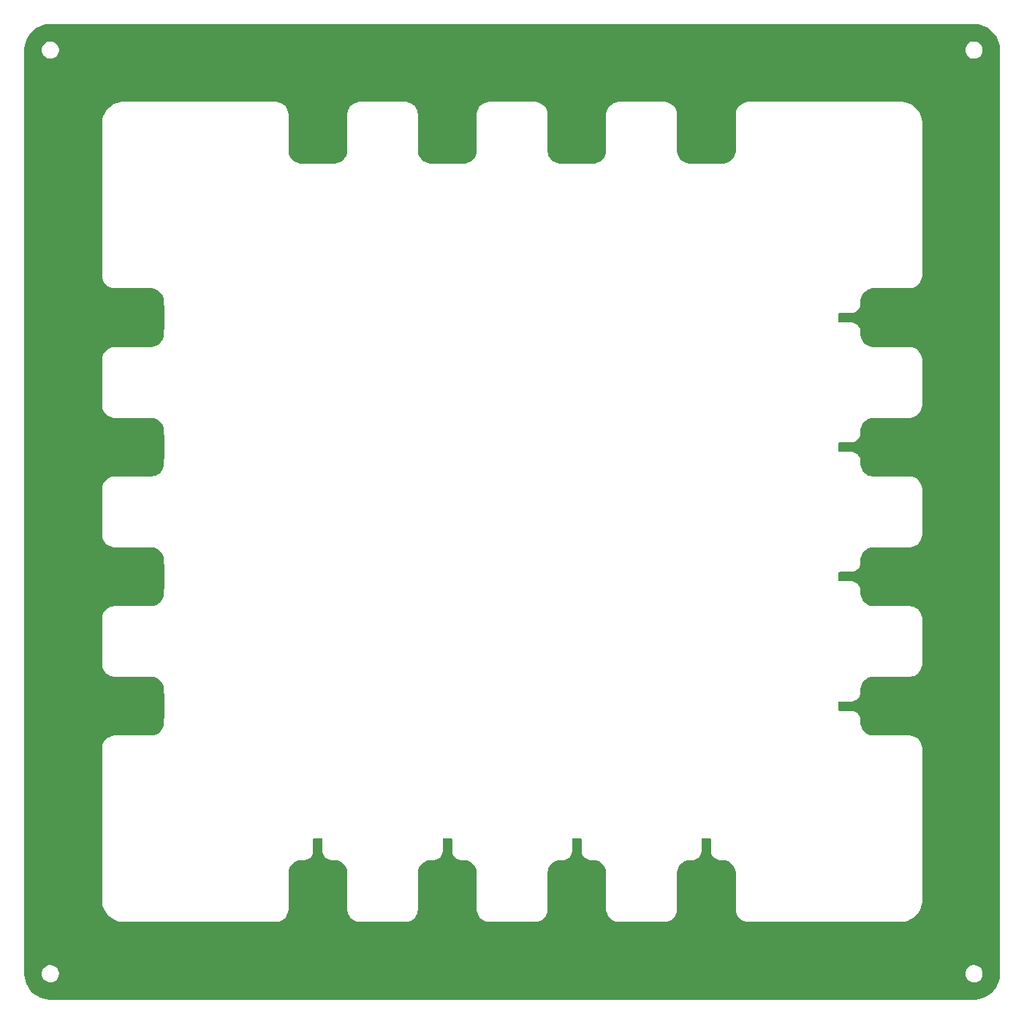
<source format=gbr>
G04 #@! TF.GenerationSoftware,KiCad,Pcbnew,8.0.1-unknown-202403172319~81f55dfc9c~ubuntu22.04.1*
G04 #@! TF.CreationDate,2024-03-25T12:05:19+00:00*
G04 #@! TF.ProjectId,LIS3DH_array,4c495333-4448-45f6-9172-7261792e6b69,rev?*
G04 #@! TF.SameCoordinates,Original*
G04 #@! TF.FileFunction,Other,ECO2*
%FSLAX46Y46*%
G04 Gerber Fmt 4.6, Leading zero omitted, Abs format (unit mm)*
G04 Created by KiCad (PCBNEW 8.0.1-unknown-202403172319~81f55dfc9c~ubuntu22.04.1) date 2024-03-25 12:05:19*
%MOMM*%
%LPD*%
G01*
G04 APERTURE LIST*
G04 APERTURE END LIST*
G36*
X148343039Y-57269685D02*
G01*
X148388794Y-57322489D01*
X148400000Y-57374000D01*
X148400000Y-60648794D01*
X148399976Y-60651226D01*
X148397855Y-60759339D01*
X148396352Y-60776306D01*
X148362335Y-60991071D01*
X148357793Y-61009990D01*
X148290977Y-61215630D01*
X148283531Y-61233607D01*
X148185365Y-61426267D01*
X148175198Y-61442857D01*
X148048108Y-61617782D01*
X148035471Y-61632578D01*
X147882578Y-61785471D01*
X147867782Y-61798108D01*
X147692857Y-61925198D01*
X147676267Y-61935365D01*
X147483607Y-62033531D01*
X147465630Y-62040977D01*
X147259990Y-62107793D01*
X147241071Y-62112335D01*
X147026305Y-62146352D01*
X147009342Y-62147855D01*
X146901226Y-62149979D01*
X146898790Y-62150003D01*
X146650003Y-62150003D01*
X146541915Y-62152652D01*
X146541909Y-62152653D01*
X146323936Y-62196012D01*
X146323861Y-62195637D01*
X146294454Y-62200000D01*
X143705578Y-62200000D01*
X143676139Y-62195632D01*
X143676066Y-62196003D01*
X143458090Y-62152643D01*
X143349996Y-62149991D01*
X143101176Y-62149991D01*
X143098870Y-62149970D01*
X142990712Y-62147958D01*
X142973620Y-62146452D01*
X142758903Y-62112444D01*
X142739983Y-62107902D01*
X142534325Y-62041080D01*
X142516348Y-62033634D01*
X142323671Y-61935459D01*
X142307081Y-61925292D01*
X142132145Y-61798194D01*
X142117348Y-61785557D01*
X141964436Y-61632644D01*
X141951800Y-61617848D01*
X141824700Y-61442908D01*
X141814533Y-61426317D01*
X141716362Y-61233644D01*
X141708916Y-61215668D01*
X141642095Y-61010013D01*
X141637552Y-60991092D01*
X141603543Y-60776355D01*
X141602039Y-60759268D01*
X141600025Y-60651170D01*
X141600003Y-60648860D01*
X141600003Y-57374000D01*
X141619688Y-57306961D01*
X141672492Y-57261206D01*
X141724003Y-57250000D01*
X148276000Y-57250000D01*
X148343039Y-57269685D01*
G37*
G36*
X133343039Y-57269685D02*
G01*
X133388794Y-57322489D01*
X133400000Y-57374000D01*
X133400000Y-60648794D01*
X133399976Y-60651226D01*
X133397855Y-60759339D01*
X133396352Y-60776306D01*
X133362335Y-60991071D01*
X133357793Y-61009990D01*
X133290977Y-61215630D01*
X133283531Y-61233607D01*
X133185365Y-61426267D01*
X133175198Y-61442857D01*
X133048108Y-61617782D01*
X133035471Y-61632578D01*
X132882578Y-61785471D01*
X132867782Y-61798108D01*
X132692857Y-61925198D01*
X132676267Y-61935365D01*
X132483607Y-62033531D01*
X132465630Y-62040977D01*
X132259990Y-62107793D01*
X132241071Y-62112335D01*
X132026305Y-62146352D01*
X132009342Y-62147855D01*
X131901226Y-62149979D01*
X131898790Y-62150003D01*
X131650003Y-62150003D01*
X131541915Y-62152652D01*
X131541909Y-62152653D01*
X131323936Y-62196012D01*
X131323861Y-62195637D01*
X131294454Y-62200000D01*
X128705578Y-62200000D01*
X128676139Y-62195632D01*
X128676066Y-62196003D01*
X128458090Y-62152643D01*
X128349996Y-62149991D01*
X128101176Y-62149991D01*
X128098870Y-62149970D01*
X127990712Y-62147958D01*
X127973620Y-62146452D01*
X127758903Y-62112444D01*
X127739983Y-62107902D01*
X127534325Y-62041080D01*
X127516348Y-62033634D01*
X127323671Y-61935459D01*
X127307081Y-61925292D01*
X127132145Y-61798194D01*
X127117348Y-61785557D01*
X126964436Y-61632644D01*
X126951800Y-61617848D01*
X126824700Y-61442908D01*
X126814533Y-61426317D01*
X126716362Y-61233644D01*
X126708916Y-61215668D01*
X126642095Y-61010013D01*
X126637552Y-60991092D01*
X126603543Y-60776355D01*
X126602039Y-60759268D01*
X126600025Y-60651170D01*
X126600003Y-60648860D01*
X126600003Y-57374000D01*
X126619688Y-57306961D01*
X126672492Y-57261206D01*
X126724003Y-57250000D01*
X133276000Y-57250000D01*
X133343039Y-57269685D01*
G37*
G36*
X118343039Y-57269685D02*
G01*
X118388794Y-57322489D01*
X118400000Y-57374000D01*
X118400000Y-60648794D01*
X118399976Y-60651226D01*
X118397855Y-60759339D01*
X118396352Y-60776306D01*
X118362335Y-60991071D01*
X118357793Y-61009990D01*
X118290977Y-61215630D01*
X118283531Y-61233607D01*
X118185365Y-61426267D01*
X118175198Y-61442857D01*
X118048108Y-61617782D01*
X118035471Y-61632578D01*
X117882578Y-61785471D01*
X117867782Y-61798108D01*
X117692857Y-61925198D01*
X117676267Y-61935365D01*
X117483607Y-62033531D01*
X117465630Y-62040977D01*
X117259990Y-62107793D01*
X117241071Y-62112335D01*
X117026305Y-62146352D01*
X117009342Y-62147855D01*
X116901226Y-62149979D01*
X116898790Y-62150003D01*
X116650003Y-62150003D01*
X116541915Y-62152652D01*
X116541909Y-62152653D01*
X116323936Y-62196012D01*
X116323861Y-62195637D01*
X116294454Y-62200000D01*
X113705578Y-62200000D01*
X113676139Y-62195632D01*
X113676066Y-62196003D01*
X113458090Y-62152643D01*
X113349996Y-62149991D01*
X113101176Y-62149991D01*
X113098870Y-62149970D01*
X112990712Y-62147958D01*
X112973620Y-62146452D01*
X112758903Y-62112444D01*
X112739983Y-62107902D01*
X112534325Y-62041080D01*
X112516348Y-62033634D01*
X112323671Y-61935459D01*
X112307081Y-61925292D01*
X112132145Y-61798194D01*
X112117348Y-61785557D01*
X111964436Y-61632644D01*
X111951800Y-61617848D01*
X111824700Y-61442908D01*
X111814533Y-61426317D01*
X111716362Y-61233644D01*
X111708916Y-61215668D01*
X111642095Y-61010013D01*
X111637552Y-60991092D01*
X111603543Y-60776355D01*
X111602039Y-60759268D01*
X111600025Y-60651170D01*
X111600003Y-60648860D01*
X111600003Y-57374000D01*
X111619688Y-57306961D01*
X111672492Y-57261206D01*
X111724003Y-57250000D01*
X118276000Y-57250000D01*
X118343039Y-57269685D01*
G37*
G36*
X103343039Y-57269685D02*
G01*
X103388794Y-57322489D01*
X103400000Y-57374000D01*
X103400000Y-60648794D01*
X103399976Y-60651226D01*
X103397855Y-60759339D01*
X103396352Y-60776306D01*
X103362335Y-60991071D01*
X103357793Y-61009990D01*
X103290977Y-61215630D01*
X103283531Y-61233607D01*
X103185365Y-61426267D01*
X103175198Y-61442857D01*
X103048108Y-61617782D01*
X103035471Y-61632578D01*
X102882578Y-61785471D01*
X102867782Y-61798108D01*
X102692857Y-61925198D01*
X102676267Y-61935365D01*
X102483607Y-62033531D01*
X102465630Y-62040977D01*
X102259990Y-62107793D01*
X102241071Y-62112335D01*
X102026305Y-62146352D01*
X102009342Y-62147855D01*
X101901226Y-62149979D01*
X101898790Y-62150003D01*
X101650003Y-62150003D01*
X101541915Y-62152652D01*
X101541909Y-62152653D01*
X101323936Y-62196012D01*
X101323861Y-62195637D01*
X101294454Y-62200000D01*
X98705578Y-62200000D01*
X98676139Y-62195632D01*
X98676066Y-62196003D01*
X98458090Y-62152643D01*
X98349996Y-62149991D01*
X98101176Y-62149991D01*
X98098870Y-62149970D01*
X97990712Y-62147958D01*
X97973620Y-62146452D01*
X97758903Y-62112444D01*
X97739983Y-62107902D01*
X97534325Y-62041080D01*
X97516348Y-62033634D01*
X97323671Y-61935459D01*
X97307081Y-61925292D01*
X97132145Y-61798194D01*
X97117348Y-61785557D01*
X96964436Y-61632644D01*
X96951800Y-61617848D01*
X96824700Y-61442908D01*
X96814533Y-61426317D01*
X96716362Y-61233644D01*
X96708916Y-61215668D01*
X96642095Y-61010013D01*
X96637552Y-60991092D01*
X96603543Y-60776355D01*
X96602039Y-60759268D01*
X96600025Y-60651170D01*
X96600003Y-60648860D01*
X96600003Y-57374000D01*
X96619688Y-57306961D01*
X96672492Y-57261206D01*
X96724003Y-57250000D01*
X103276000Y-57250000D01*
X103343039Y-57269685D01*
G37*
G36*
X80651226Y-76600024D02*
G01*
X80759338Y-76602144D01*
X80776306Y-76603647D01*
X80991071Y-76637664D01*
X81009990Y-76642206D01*
X81215630Y-76709022D01*
X81233607Y-76716468D01*
X81426267Y-76814634D01*
X81442857Y-76824801D01*
X81617782Y-76951891D01*
X81632578Y-76964528D01*
X81785471Y-77117421D01*
X81798108Y-77132217D01*
X81925198Y-77307142D01*
X81935365Y-77323732D01*
X82033531Y-77516392D01*
X82040977Y-77534369D01*
X82107793Y-77740009D01*
X82112335Y-77758928D01*
X82146352Y-77973694D01*
X82147855Y-77990657D01*
X82149979Y-78098774D01*
X82150003Y-78101210D01*
X82150003Y-78349996D01*
X82152652Y-78458084D01*
X82152653Y-78458090D01*
X82196012Y-78676064D01*
X82195636Y-78676138D01*
X82200000Y-78705545D01*
X82200000Y-81294422D01*
X82195632Y-81323860D01*
X82196003Y-81323934D01*
X82152643Y-81541909D01*
X82149991Y-81650004D01*
X82149991Y-81898824D01*
X82149970Y-81901130D01*
X82147958Y-82009287D01*
X82146452Y-82026379D01*
X82112444Y-82241096D01*
X82107902Y-82260016D01*
X82041080Y-82465674D01*
X82033634Y-82483651D01*
X81935459Y-82676328D01*
X81925292Y-82692918D01*
X81798194Y-82867854D01*
X81785557Y-82882651D01*
X81632644Y-83035563D01*
X81617848Y-83048199D01*
X81442908Y-83175299D01*
X81426317Y-83185466D01*
X81233644Y-83283637D01*
X81215668Y-83291083D01*
X81010013Y-83357904D01*
X80991092Y-83362447D01*
X80776355Y-83396456D01*
X80759269Y-83397960D01*
X80651171Y-83399975D01*
X80648860Y-83399997D01*
X77374000Y-83399997D01*
X77306961Y-83380312D01*
X77261206Y-83327508D01*
X77250000Y-83275997D01*
X77250000Y-76724000D01*
X77269685Y-76656961D01*
X77322489Y-76611206D01*
X77374000Y-76600000D01*
X80648795Y-76600000D01*
X80651226Y-76600024D01*
G37*
G36*
X167693039Y-76619688D02*
G01*
X167738794Y-76672492D01*
X167750000Y-76724003D01*
X167750000Y-83276000D01*
X167730315Y-83343039D01*
X167677511Y-83388794D01*
X167626000Y-83400000D01*
X164351205Y-83400000D01*
X164348773Y-83399976D01*
X164240660Y-83397855D01*
X164223693Y-83396352D01*
X164008928Y-83362335D01*
X163990009Y-83357793D01*
X163784369Y-83290977D01*
X163766392Y-83283531D01*
X163573732Y-83185365D01*
X163557142Y-83175198D01*
X163382217Y-83048108D01*
X163367421Y-83035471D01*
X163214528Y-82882578D01*
X163201891Y-82867782D01*
X163074801Y-82692857D01*
X163064634Y-82676267D01*
X162966468Y-82483607D01*
X162959022Y-82465630D01*
X162892206Y-82259990D01*
X162887664Y-82241071D01*
X162853647Y-82026305D01*
X162852144Y-82009340D01*
X162850021Y-81901223D01*
X162849997Y-81898789D01*
X162849997Y-81650003D01*
X162847347Y-81541915D01*
X162847346Y-81541909D01*
X162805177Y-81329916D01*
X162805176Y-81329912D01*
X162722457Y-81130209D01*
X162602364Y-80950479D01*
X162602361Y-80950475D01*
X162586319Y-80934433D01*
X162552834Y-80873110D01*
X162550000Y-80846752D01*
X162550000Y-79153259D01*
X162569685Y-79086220D01*
X162586321Y-79065576D01*
X162602372Y-79049525D01*
X162602374Y-79049522D01*
X162722466Y-78869792D01*
X162805185Y-78670090D01*
X162805186Y-78670086D01*
X162847356Y-78458090D01*
X162850009Y-78349995D01*
X162850009Y-78101175D01*
X162850030Y-78098870D01*
X162852041Y-77990713D01*
X162853547Y-77973620D01*
X162887555Y-77758903D01*
X162892097Y-77739983D01*
X162958919Y-77534325D01*
X162966365Y-77516348D01*
X163064540Y-77323671D01*
X163074707Y-77307081D01*
X163201805Y-77132145D01*
X163214442Y-77117348D01*
X163367355Y-76964436D01*
X163382151Y-76951800D01*
X163557091Y-76824700D01*
X163573682Y-76814533D01*
X163766355Y-76716362D01*
X163784331Y-76708916D01*
X163989986Y-76642095D01*
X164008907Y-76637552D01*
X164223644Y-76603543D01*
X164240731Y-76602039D01*
X164348830Y-76600025D01*
X164351140Y-76600003D01*
X167626000Y-76600003D01*
X167693039Y-76619688D01*
G37*
G36*
X80651226Y-91600024D02*
G01*
X80759338Y-91602144D01*
X80776306Y-91603647D01*
X80991071Y-91637664D01*
X81009990Y-91642206D01*
X81215630Y-91709022D01*
X81233607Y-91716468D01*
X81426267Y-91814634D01*
X81442857Y-91824801D01*
X81617782Y-91951891D01*
X81632578Y-91964528D01*
X81785471Y-92117421D01*
X81798108Y-92132217D01*
X81925198Y-92307142D01*
X81935365Y-92323732D01*
X82033531Y-92516392D01*
X82040977Y-92534369D01*
X82107793Y-92740009D01*
X82112335Y-92758928D01*
X82146352Y-92973694D01*
X82147855Y-92990657D01*
X82149979Y-93098774D01*
X82150003Y-93101210D01*
X82150003Y-93349996D01*
X82152652Y-93458084D01*
X82152653Y-93458090D01*
X82196012Y-93676064D01*
X82195636Y-93676138D01*
X82200000Y-93705545D01*
X82200000Y-96294422D01*
X82195632Y-96323860D01*
X82196003Y-96323934D01*
X82152643Y-96541909D01*
X82149991Y-96650004D01*
X82149991Y-96898824D01*
X82149970Y-96901130D01*
X82147958Y-97009287D01*
X82146452Y-97026379D01*
X82112444Y-97241096D01*
X82107902Y-97260016D01*
X82041080Y-97465674D01*
X82033634Y-97483651D01*
X81935459Y-97676328D01*
X81925292Y-97692918D01*
X81798194Y-97867854D01*
X81785557Y-97882651D01*
X81632644Y-98035563D01*
X81617848Y-98048199D01*
X81442908Y-98175299D01*
X81426317Y-98185466D01*
X81233644Y-98283637D01*
X81215668Y-98291083D01*
X81010013Y-98357904D01*
X80991092Y-98362447D01*
X80776355Y-98396456D01*
X80759269Y-98397960D01*
X80651171Y-98399975D01*
X80648860Y-98399997D01*
X77374000Y-98399997D01*
X77306961Y-98380312D01*
X77261206Y-98327508D01*
X77250000Y-98275997D01*
X77250000Y-91724000D01*
X77269685Y-91656961D01*
X77322489Y-91611206D01*
X77374000Y-91600000D01*
X80648795Y-91600000D01*
X80651226Y-91600024D01*
G37*
G36*
X167693039Y-91619688D02*
G01*
X167738794Y-91672492D01*
X167750000Y-91724003D01*
X167750000Y-98276000D01*
X167730315Y-98343039D01*
X167677511Y-98388794D01*
X167626000Y-98400000D01*
X164351205Y-98400000D01*
X164348773Y-98399976D01*
X164240660Y-98397855D01*
X164223693Y-98396352D01*
X164008928Y-98362335D01*
X163990009Y-98357793D01*
X163784369Y-98290977D01*
X163766392Y-98283531D01*
X163573732Y-98185365D01*
X163557142Y-98175198D01*
X163382217Y-98048108D01*
X163367421Y-98035471D01*
X163214528Y-97882578D01*
X163201891Y-97867782D01*
X163074801Y-97692857D01*
X163064634Y-97676267D01*
X162966468Y-97483607D01*
X162959022Y-97465630D01*
X162892206Y-97259990D01*
X162887664Y-97241071D01*
X162853647Y-97026305D01*
X162852144Y-97009340D01*
X162850021Y-96901223D01*
X162849997Y-96898789D01*
X162849997Y-96650003D01*
X162847347Y-96541915D01*
X162847346Y-96541909D01*
X162805177Y-96329916D01*
X162805176Y-96329912D01*
X162722457Y-96130209D01*
X162602364Y-95950479D01*
X162602361Y-95950475D01*
X162586319Y-95934433D01*
X162552834Y-95873110D01*
X162550000Y-95846752D01*
X162550000Y-94153259D01*
X162569685Y-94086220D01*
X162586321Y-94065576D01*
X162602372Y-94049525D01*
X162602374Y-94049522D01*
X162722466Y-93869792D01*
X162805185Y-93670090D01*
X162805186Y-93670086D01*
X162847356Y-93458090D01*
X162850009Y-93349995D01*
X162850009Y-93101175D01*
X162850030Y-93098870D01*
X162852041Y-92990713D01*
X162853547Y-92973620D01*
X162887555Y-92758903D01*
X162892097Y-92739983D01*
X162958919Y-92534325D01*
X162966365Y-92516348D01*
X163064540Y-92323671D01*
X163074707Y-92307081D01*
X163201805Y-92132145D01*
X163214442Y-92117348D01*
X163367355Y-91964436D01*
X163382151Y-91951800D01*
X163557091Y-91824700D01*
X163573682Y-91814533D01*
X163766355Y-91716362D01*
X163784331Y-91708916D01*
X163989986Y-91642095D01*
X164008907Y-91637552D01*
X164223644Y-91603543D01*
X164240731Y-91602039D01*
X164348830Y-91600025D01*
X164351140Y-91600003D01*
X167626000Y-91600003D01*
X167693039Y-91619688D01*
G37*
G36*
X167693039Y-106619688D02*
G01*
X167738794Y-106672492D01*
X167750000Y-106724003D01*
X167750000Y-113276000D01*
X167730315Y-113343039D01*
X167677511Y-113388794D01*
X167626000Y-113400000D01*
X164351205Y-113400000D01*
X164348773Y-113399976D01*
X164240660Y-113397855D01*
X164223693Y-113396352D01*
X164008928Y-113362335D01*
X163990009Y-113357793D01*
X163784369Y-113290977D01*
X163766392Y-113283531D01*
X163573732Y-113185365D01*
X163557142Y-113175198D01*
X163382217Y-113048108D01*
X163367421Y-113035471D01*
X163214528Y-112882578D01*
X163201891Y-112867782D01*
X163074801Y-112692857D01*
X163064634Y-112676267D01*
X162966468Y-112483607D01*
X162959022Y-112465630D01*
X162892206Y-112259990D01*
X162887664Y-112241071D01*
X162853647Y-112026305D01*
X162852144Y-112009340D01*
X162850021Y-111901223D01*
X162849997Y-111898789D01*
X162849997Y-111650003D01*
X162847347Y-111541915D01*
X162847346Y-111541909D01*
X162805177Y-111329916D01*
X162805176Y-111329912D01*
X162722457Y-111130209D01*
X162602364Y-110950479D01*
X162602361Y-110950475D01*
X162586319Y-110934433D01*
X162552834Y-110873110D01*
X162550000Y-110846752D01*
X162550000Y-109153259D01*
X162569685Y-109086220D01*
X162586321Y-109065576D01*
X162602372Y-109049525D01*
X162602374Y-109049522D01*
X162722466Y-108869792D01*
X162805185Y-108670090D01*
X162805186Y-108670086D01*
X162847356Y-108458090D01*
X162850009Y-108349995D01*
X162850009Y-108101175D01*
X162850030Y-108098870D01*
X162852041Y-107990713D01*
X162853547Y-107973620D01*
X162887555Y-107758903D01*
X162892097Y-107739983D01*
X162958919Y-107534325D01*
X162966365Y-107516348D01*
X163064540Y-107323671D01*
X163074707Y-107307081D01*
X163201805Y-107132145D01*
X163214442Y-107117348D01*
X163367355Y-106964436D01*
X163382151Y-106951800D01*
X163557091Y-106824700D01*
X163573682Y-106814533D01*
X163766355Y-106716362D01*
X163784331Y-106708916D01*
X163989986Y-106642095D01*
X164008907Y-106637552D01*
X164223644Y-106603543D01*
X164240731Y-106602039D01*
X164348830Y-106600025D01*
X164351140Y-106600003D01*
X167626000Y-106600003D01*
X167693039Y-106619688D01*
G37*
G36*
X80651240Y-106600030D02*
G01*
X80759350Y-106602151D01*
X80776318Y-106603654D01*
X80991083Y-106637673D01*
X81010002Y-106642215D01*
X81215644Y-106709034D01*
X81233621Y-106716481D01*
X81426273Y-106814644D01*
X81442863Y-106824810D01*
X81617783Y-106951899D01*
X81632579Y-106964536D01*
X81785472Y-107117431D01*
X81798109Y-107132227D01*
X81925203Y-107307159D01*
X81935369Y-107323749D01*
X82033529Y-107516400D01*
X82040975Y-107534378D01*
X82107789Y-107740016D01*
X82112331Y-107758936D01*
X82146347Y-107973709D01*
X82147850Y-107990648D01*
X82149994Y-108098791D01*
X82150018Y-108101249D01*
X82150018Y-108285171D01*
X82148537Y-108290212D01*
X82152652Y-108458084D01*
X82152653Y-108458090D01*
X82196012Y-108676064D01*
X82195636Y-108676138D01*
X82200000Y-108705545D01*
X82200000Y-111294441D01*
X82195636Y-111323864D01*
X82196008Y-111323938D01*
X82152648Y-111541916D01*
X82150006Y-111649998D01*
X82150006Y-111898796D01*
X82149982Y-111901229D01*
X82147860Y-112009343D01*
X82146357Y-112026308D01*
X82112342Y-112241072D01*
X82107800Y-112259993D01*
X82040981Y-112465637D01*
X82033535Y-112483613D01*
X81935370Y-112676271D01*
X81925203Y-112692861D01*
X81798113Y-112867786D01*
X81785476Y-112882582D01*
X81632582Y-113035476D01*
X81617786Y-113048113D01*
X81442861Y-113175203D01*
X81426271Y-113185370D01*
X81233613Y-113283535D01*
X81215637Y-113290981D01*
X81009993Y-113357800D01*
X80991072Y-113362342D01*
X80776309Y-113396357D01*
X80759341Y-113397860D01*
X80651231Y-113399979D01*
X80648801Y-113400003D01*
X77374000Y-113400003D01*
X77306961Y-113380318D01*
X77261206Y-113327514D01*
X77250000Y-113276003D01*
X77250000Y-106724006D01*
X77269685Y-106656967D01*
X77322489Y-106611212D01*
X77374000Y-106600006D01*
X80648808Y-106600006D01*
X80651240Y-106600030D01*
G37*
G36*
X80651226Y-121600024D02*
G01*
X80759338Y-121602144D01*
X80776306Y-121603647D01*
X80991071Y-121637664D01*
X81009990Y-121642206D01*
X81215630Y-121709022D01*
X81233607Y-121716468D01*
X81426267Y-121814634D01*
X81442857Y-121824801D01*
X81617782Y-121951891D01*
X81632578Y-121964528D01*
X81785471Y-122117421D01*
X81798108Y-122132217D01*
X81925198Y-122307142D01*
X81935365Y-122323732D01*
X82033531Y-122516392D01*
X82040977Y-122534369D01*
X82107793Y-122740009D01*
X82112335Y-122758928D01*
X82146352Y-122973694D01*
X82147855Y-122990657D01*
X82149979Y-123098774D01*
X82150003Y-123101210D01*
X82150003Y-123349996D01*
X82152652Y-123458084D01*
X82152653Y-123458090D01*
X82196012Y-123676064D01*
X82195636Y-123676138D01*
X82200000Y-123705545D01*
X82200000Y-126294422D01*
X82195632Y-126323860D01*
X82196003Y-126323934D01*
X82152643Y-126541909D01*
X82149991Y-126650004D01*
X82149991Y-126898824D01*
X82149970Y-126901130D01*
X82147958Y-127009287D01*
X82146452Y-127026379D01*
X82112444Y-127241096D01*
X82107902Y-127260016D01*
X82041080Y-127465674D01*
X82033634Y-127483651D01*
X81935459Y-127676328D01*
X81925292Y-127692918D01*
X81798194Y-127867854D01*
X81785557Y-127882651D01*
X81632644Y-128035563D01*
X81617848Y-128048199D01*
X81442908Y-128175299D01*
X81426317Y-128185466D01*
X81233644Y-128283637D01*
X81215668Y-128291083D01*
X81010013Y-128357904D01*
X80991092Y-128362447D01*
X80776355Y-128396456D01*
X80759269Y-128397960D01*
X80651171Y-128399975D01*
X80648860Y-128399997D01*
X77374000Y-128399997D01*
X77306961Y-128380312D01*
X77261206Y-128327508D01*
X77250000Y-128275997D01*
X77250000Y-121724000D01*
X77269685Y-121656961D01*
X77322489Y-121611206D01*
X77374000Y-121600000D01*
X80648795Y-121600000D01*
X80651226Y-121600024D01*
G37*
G36*
X167693039Y-121619688D02*
G01*
X167738794Y-121672492D01*
X167750000Y-121724003D01*
X167750000Y-128276000D01*
X167730315Y-128343039D01*
X167677511Y-128388794D01*
X167626000Y-128400000D01*
X164351205Y-128400000D01*
X164348773Y-128399976D01*
X164240660Y-128397855D01*
X164223693Y-128396352D01*
X164008928Y-128362335D01*
X163990009Y-128357793D01*
X163784369Y-128290977D01*
X163766392Y-128283531D01*
X163573732Y-128185365D01*
X163557142Y-128175198D01*
X163382217Y-128048108D01*
X163367421Y-128035471D01*
X163214528Y-127882578D01*
X163201891Y-127867782D01*
X163074801Y-127692857D01*
X163064634Y-127676267D01*
X162966468Y-127483607D01*
X162959022Y-127465630D01*
X162892206Y-127259990D01*
X162887664Y-127241071D01*
X162853647Y-127026305D01*
X162852144Y-127009340D01*
X162850021Y-126901223D01*
X162849997Y-126898789D01*
X162849997Y-126650003D01*
X162847347Y-126541915D01*
X162847346Y-126541909D01*
X162805177Y-126329916D01*
X162805176Y-126329912D01*
X162722457Y-126130209D01*
X162602364Y-125950479D01*
X162602361Y-125950475D01*
X162586319Y-125934433D01*
X162552834Y-125873110D01*
X162550000Y-125846752D01*
X162550000Y-124153259D01*
X162569685Y-124086220D01*
X162586321Y-124065576D01*
X162602372Y-124049525D01*
X162602374Y-124049522D01*
X162722466Y-123869792D01*
X162805185Y-123670090D01*
X162805186Y-123670086D01*
X162847356Y-123458090D01*
X162850009Y-123349995D01*
X162850009Y-123101175D01*
X162850030Y-123098870D01*
X162852041Y-122990713D01*
X162853547Y-122973620D01*
X162887555Y-122758903D01*
X162892097Y-122739983D01*
X162958919Y-122534325D01*
X162966365Y-122516348D01*
X163064540Y-122323671D01*
X163074707Y-122307081D01*
X163201805Y-122132145D01*
X163214442Y-122117348D01*
X163367355Y-121964436D01*
X163382151Y-121951800D01*
X163557091Y-121824700D01*
X163573682Y-121814533D01*
X163766355Y-121716362D01*
X163784331Y-121708916D01*
X163989986Y-121642095D01*
X164008907Y-121637552D01*
X164223644Y-121603543D01*
X164240731Y-121602039D01*
X164348830Y-121600025D01*
X164351140Y-121600003D01*
X167626000Y-121600003D01*
X167693039Y-121619688D01*
G37*
G36*
X145913779Y-142569685D02*
G01*
X145934421Y-142586319D01*
X145950473Y-142602371D01*
X145950477Y-142602374D01*
X146130207Y-142722466D01*
X146329909Y-142805185D01*
X146329913Y-142805186D01*
X146541909Y-142847356D01*
X146650004Y-142850009D01*
X146898824Y-142850009D01*
X146901129Y-142850030D01*
X147009286Y-142852041D01*
X147026379Y-142853547D01*
X147241096Y-142887555D01*
X147260016Y-142892097D01*
X147465674Y-142958919D01*
X147483651Y-142966365D01*
X147676328Y-143064540D01*
X147692918Y-143074707D01*
X147867854Y-143201805D01*
X147882651Y-143214442D01*
X148035563Y-143367355D01*
X148048199Y-143382151D01*
X148175299Y-143557091D01*
X148185466Y-143573682D01*
X148283637Y-143766355D01*
X148291083Y-143784331D01*
X148357904Y-143989986D01*
X148362447Y-144008907D01*
X148396456Y-144223644D01*
X148397960Y-144240730D01*
X148399975Y-144348828D01*
X148399997Y-144351139D01*
X148399997Y-147626000D01*
X148380312Y-147693039D01*
X148327508Y-147738794D01*
X148275997Y-147750000D01*
X141724000Y-147750000D01*
X141656961Y-147730315D01*
X141611206Y-147677511D01*
X141600000Y-147626000D01*
X141600000Y-144351205D01*
X141600024Y-144348774D01*
X141602144Y-144240661D01*
X141603647Y-144223693D01*
X141637664Y-144008928D01*
X141642206Y-143990009D01*
X141709022Y-143784369D01*
X141716468Y-143766392D01*
X141814634Y-143573732D01*
X141824801Y-143557142D01*
X141951891Y-143382217D01*
X141964528Y-143367421D01*
X142117421Y-143214528D01*
X142132217Y-143201891D01*
X142307142Y-143074801D01*
X142323732Y-143064634D01*
X142516392Y-142966468D01*
X142534369Y-142959022D01*
X142740009Y-142892206D01*
X142758928Y-142887664D01*
X142973694Y-142853647D01*
X142990659Y-142852144D01*
X143098776Y-142850021D01*
X143101210Y-142849997D01*
X143349997Y-142849997D01*
X143458084Y-142847347D01*
X143458090Y-142847346D01*
X143670083Y-142805177D01*
X143670087Y-142805176D01*
X143869790Y-142722457D01*
X144049520Y-142602364D01*
X144049524Y-142602361D01*
X144065567Y-142586319D01*
X144126890Y-142552834D01*
X144153248Y-142550000D01*
X145846740Y-142550000D01*
X145913779Y-142569685D01*
G37*
G36*
X130913779Y-142569685D02*
G01*
X130934421Y-142586319D01*
X130950473Y-142602371D01*
X130950477Y-142602374D01*
X131130207Y-142722466D01*
X131329909Y-142805185D01*
X131329913Y-142805186D01*
X131541909Y-142847356D01*
X131650004Y-142850009D01*
X131898824Y-142850009D01*
X131901129Y-142850030D01*
X132009286Y-142852041D01*
X132026379Y-142853547D01*
X132241096Y-142887555D01*
X132260016Y-142892097D01*
X132465674Y-142958919D01*
X132483651Y-142966365D01*
X132676328Y-143064540D01*
X132692918Y-143074707D01*
X132867854Y-143201805D01*
X132882651Y-143214442D01*
X133035563Y-143367355D01*
X133048199Y-143382151D01*
X133175299Y-143557091D01*
X133185466Y-143573682D01*
X133283637Y-143766355D01*
X133291083Y-143784331D01*
X133357904Y-143989986D01*
X133362447Y-144008907D01*
X133396456Y-144223644D01*
X133397960Y-144240730D01*
X133399975Y-144348828D01*
X133399997Y-144351139D01*
X133399997Y-147626000D01*
X133380312Y-147693039D01*
X133327508Y-147738794D01*
X133275997Y-147750000D01*
X126724000Y-147750000D01*
X126656961Y-147730315D01*
X126611206Y-147677511D01*
X126600000Y-147626000D01*
X126600000Y-144351205D01*
X126600024Y-144348774D01*
X126602144Y-144240661D01*
X126603647Y-144223693D01*
X126637664Y-144008928D01*
X126642206Y-143990009D01*
X126709022Y-143784369D01*
X126716468Y-143766392D01*
X126814634Y-143573732D01*
X126824801Y-143557142D01*
X126951891Y-143382217D01*
X126964528Y-143367421D01*
X127117421Y-143214528D01*
X127132217Y-143201891D01*
X127307142Y-143074801D01*
X127323732Y-143064634D01*
X127516392Y-142966468D01*
X127534369Y-142959022D01*
X127740009Y-142892206D01*
X127758928Y-142887664D01*
X127973694Y-142853647D01*
X127990659Y-142852144D01*
X128098776Y-142850021D01*
X128101210Y-142849997D01*
X128349997Y-142849997D01*
X128458084Y-142847347D01*
X128458090Y-142847346D01*
X128670083Y-142805177D01*
X128670087Y-142805176D01*
X128869790Y-142722457D01*
X129049520Y-142602364D01*
X129049524Y-142602361D01*
X129065567Y-142586319D01*
X129126890Y-142552834D01*
X129153248Y-142550000D01*
X130846740Y-142550000D01*
X130913779Y-142569685D01*
G37*
G36*
X115913779Y-142569685D02*
G01*
X115934421Y-142586319D01*
X115950473Y-142602371D01*
X115950477Y-142602374D01*
X116130207Y-142722466D01*
X116329909Y-142805185D01*
X116329913Y-142805186D01*
X116541909Y-142847356D01*
X116650004Y-142850009D01*
X116898824Y-142850009D01*
X116901129Y-142850030D01*
X117009286Y-142852041D01*
X117026379Y-142853547D01*
X117241096Y-142887555D01*
X117260016Y-142892097D01*
X117465674Y-142958919D01*
X117483651Y-142966365D01*
X117676328Y-143064540D01*
X117692918Y-143074707D01*
X117867854Y-143201805D01*
X117882651Y-143214442D01*
X118035563Y-143367355D01*
X118048199Y-143382151D01*
X118175299Y-143557091D01*
X118185466Y-143573682D01*
X118283637Y-143766355D01*
X118291083Y-143784331D01*
X118357904Y-143989986D01*
X118362447Y-144008907D01*
X118396456Y-144223644D01*
X118397960Y-144240730D01*
X118399975Y-144348828D01*
X118399997Y-144351139D01*
X118399997Y-147626000D01*
X118380312Y-147693039D01*
X118327508Y-147738794D01*
X118275997Y-147750000D01*
X111724000Y-147750000D01*
X111656961Y-147730315D01*
X111611206Y-147677511D01*
X111600000Y-147626000D01*
X111600000Y-144351205D01*
X111600024Y-144348774D01*
X111602144Y-144240661D01*
X111603647Y-144223693D01*
X111637664Y-144008928D01*
X111642206Y-143990009D01*
X111709022Y-143784369D01*
X111716468Y-143766392D01*
X111814634Y-143573732D01*
X111824801Y-143557142D01*
X111951891Y-143382217D01*
X111964528Y-143367421D01*
X112117421Y-143214528D01*
X112132217Y-143201891D01*
X112307142Y-143074801D01*
X112323732Y-143064634D01*
X112516392Y-142966468D01*
X112534369Y-142959022D01*
X112740009Y-142892206D01*
X112758928Y-142887664D01*
X112973694Y-142853647D01*
X112990659Y-142852144D01*
X113098776Y-142850021D01*
X113101210Y-142849997D01*
X113349997Y-142849997D01*
X113458084Y-142847347D01*
X113458090Y-142847346D01*
X113670083Y-142805177D01*
X113670087Y-142805176D01*
X113869790Y-142722457D01*
X114049520Y-142602364D01*
X114049524Y-142602361D01*
X114065567Y-142586319D01*
X114126890Y-142552834D01*
X114153248Y-142550000D01*
X115846740Y-142550000D01*
X115913779Y-142569685D01*
G37*
G36*
X100913779Y-142569685D02*
G01*
X100934421Y-142586319D01*
X100950473Y-142602371D01*
X100950477Y-142602374D01*
X101130207Y-142722466D01*
X101329909Y-142805185D01*
X101329913Y-142805186D01*
X101541909Y-142847356D01*
X101650004Y-142850009D01*
X101898824Y-142850009D01*
X101901129Y-142850030D01*
X102009286Y-142852041D01*
X102026379Y-142853547D01*
X102241096Y-142887555D01*
X102260016Y-142892097D01*
X102465674Y-142958919D01*
X102483651Y-142966365D01*
X102676328Y-143064540D01*
X102692918Y-143074707D01*
X102867854Y-143201805D01*
X102882651Y-143214442D01*
X103035563Y-143367355D01*
X103048199Y-143382151D01*
X103175299Y-143557091D01*
X103185466Y-143573682D01*
X103283637Y-143766355D01*
X103291083Y-143784331D01*
X103357904Y-143989986D01*
X103362447Y-144008907D01*
X103396456Y-144223644D01*
X103397960Y-144240730D01*
X103399975Y-144348828D01*
X103399997Y-144351139D01*
X103399997Y-147626000D01*
X103380312Y-147693039D01*
X103327508Y-147738794D01*
X103275997Y-147750000D01*
X96724000Y-147750000D01*
X96656961Y-147730315D01*
X96611206Y-147677511D01*
X96600000Y-147626000D01*
X96600000Y-144351205D01*
X96600024Y-144348774D01*
X96602144Y-144240661D01*
X96603647Y-144223693D01*
X96637664Y-144008928D01*
X96642206Y-143990009D01*
X96709022Y-143784369D01*
X96716468Y-143766392D01*
X96814634Y-143573732D01*
X96824801Y-143557142D01*
X96951891Y-143382217D01*
X96964528Y-143367421D01*
X97117421Y-143214528D01*
X97132217Y-143201891D01*
X97307142Y-143074801D01*
X97323732Y-143064634D01*
X97516392Y-142966468D01*
X97534369Y-142959022D01*
X97740009Y-142892206D01*
X97758928Y-142887664D01*
X97973694Y-142853647D01*
X97990659Y-142852144D01*
X98098776Y-142850021D01*
X98101210Y-142849997D01*
X98349997Y-142849997D01*
X98458084Y-142847347D01*
X98458090Y-142847346D01*
X98670083Y-142805177D01*
X98670087Y-142805176D01*
X98869790Y-142722457D01*
X99049520Y-142602364D01*
X99049524Y-142602361D01*
X99065567Y-142586319D01*
X99126890Y-142552834D01*
X99153248Y-142550000D01*
X100846740Y-142550000D01*
X100913779Y-142569685D01*
G37*
G36*
X176000856Y-46000012D02*
G01*
X176162256Y-46002274D01*
X176174402Y-46003042D01*
X176495992Y-46039277D01*
X176509700Y-46041606D01*
X176824366Y-46113426D01*
X176837729Y-46117275D01*
X177142386Y-46223879D01*
X177155233Y-46229201D01*
X177446025Y-46369239D01*
X177458195Y-46375965D01*
X177731486Y-46547685D01*
X177742827Y-46555732D01*
X177995173Y-46756971D01*
X178005541Y-46766237D01*
X178233762Y-46994458D01*
X178243028Y-47004826D01*
X178444267Y-47257172D01*
X178452314Y-47268513D01*
X178624034Y-47541804D01*
X178630760Y-47553974D01*
X178770798Y-47844766D01*
X178776120Y-47857613D01*
X178882724Y-48162270D01*
X178886573Y-48175633D01*
X178958393Y-48490299D01*
X178960722Y-48504007D01*
X178996957Y-48825597D01*
X178997725Y-48837743D01*
X178999988Y-48999144D01*
X179000000Y-49000882D01*
X179000000Y-155999117D01*
X178999988Y-156000855D01*
X178997725Y-156162256D01*
X178996957Y-156174402D01*
X178960722Y-156495992D01*
X178958393Y-156509700D01*
X178886573Y-156824366D01*
X178882724Y-156837729D01*
X178776120Y-157142386D01*
X178770798Y-157155233D01*
X178630760Y-157446025D01*
X178624034Y-157458195D01*
X178452314Y-157731486D01*
X178444267Y-157742827D01*
X178243028Y-157995173D01*
X178233762Y-158005541D01*
X178005541Y-158233762D01*
X177995173Y-158243028D01*
X177742827Y-158444267D01*
X177731486Y-158452314D01*
X177458195Y-158624034D01*
X177446025Y-158630760D01*
X177155233Y-158770798D01*
X177142386Y-158776120D01*
X176837729Y-158882724D01*
X176824366Y-158886573D01*
X176509700Y-158958393D01*
X176495992Y-158960722D01*
X176174402Y-158996957D01*
X176162256Y-158997725D01*
X176000856Y-158999988D01*
X175999118Y-159000000D01*
X69000882Y-159000000D01*
X68999144Y-158999988D01*
X68837743Y-158997725D01*
X68825597Y-158996957D01*
X68504007Y-158960722D01*
X68490299Y-158958393D01*
X68175633Y-158886573D01*
X68162270Y-158882724D01*
X67857613Y-158776120D01*
X67844766Y-158770798D01*
X67553974Y-158630760D01*
X67541804Y-158624034D01*
X67268513Y-158452314D01*
X67257172Y-158444267D01*
X67004826Y-158243028D01*
X66994458Y-158233762D01*
X66766237Y-158005541D01*
X66756971Y-157995173D01*
X66555732Y-157742827D01*
X66547685Y-157731486D01*
X66375965Y-157458195D01*
X66369239Y-157446025D01*
X66229201Y-157155233D01*
X66223879Y-157142386D01*
X66117275Y-156837729D01*
X66113426Y-156824366D01*
X66041606Y-156509700D01*
X66039277Y-156495992D01*
X66003042Y-156174402D01*
X66002274Y-156162256D01*
X66000012Y-156000855D01*
X66000006Y-156000000D01*
X67997422Y-156000000D01*
X68017943Y-156201819D01*
X68078669Y-156395364D01*
X68078676Y-156395379D01*
X68177118Y-156572738D01*
X68177121Y-156572743D01*
X68309255Y-156726660D01*
X68309256Y-156726662D01*
X68469668Y-156850829D01*
X68651798Y-156940169D01*
X68848182Y-156991016D01*
X68848179Y-156991016D01*
X69050780Y-157001291D01*
X69050782Y-157001291D01*
X69251294Y-156970573D01*
X69251300Y-156970572D01*
X69441522Y-156900122D01*
X69441529Y-156900119D01*
X69613685Y-156792813D01*
X69760715Y-156653051D01*
X69876600Y-156486554D01*
X69956600Y-156300133D01*
X69997435Y-156101424D01*
X70000000Y-156000014D01*
X70000000Y-156000000D01*
X174997422Y-156000000D01*
X175017943Y-156201819D01*
X175078669Y-156395364D01*
X175078676Y-156395379D01*
X175177118Y-156572738D01*
X175177121Y-156572743D01*
X175309255Y-156726660D01*
X175309256Y-156726662D01*
X175469668Y-156850829D01*
X175651798Y-156940169D01*
X175848182Y-156991016D01*
X175848179Y-156991016D01*
X176050780Y-157001291D01*
X176050782Y-157001291D01*
X176251294Y-156970573D01*
X176251300Y-156970572D01*
X176441522Y-156900122D01*
X176441529Y-156900119D01*
X176613685Y-156792813D01*
X176760715Y-156653051D01*
X176876600Y-156486554D01*
X176956600Y-156300133D01*
X176997435Y-156101424D01*
X177000000Y-156000014D01*
X177000000Y-155999985D01*
X176997435Y-155898575D01*
X176956600Y-155699866D01*
X176876600Y-155513445D01*
X176760715Y-155346948D01*
X176613685Y-155207186D01*
X176441529Y-155099880D01*
X176441522Y-155099877D01*
X176251300Y-155029427D01*
X176251294Y-155029426D01*
X176050781Y-154998708D01*
X175848181Y-155008983D01*
X175651798Y-155059830D01*
X175469668Y-155149170D01*
X175309256Y-155273337D01*
X175309255Y-155273339D01*
X175177121Y-155427256D01*
X175177118Y-155427261D01*
X175078676Y-155604620D01*
X175078669Y-155604635D01*
X175017943Y-155798180D01*
X174997422Y-156000000D01*
X70000000Y-156000000D01*
X70000000Y-155999985D01*
X69997435Y-155898575D01*
X69956600Y-155699866D01*
X69876600Y-155513445D01*
X69760715Y-155346948D01*
X69613685Y-155207186D01*
X69441529Y-155099880D01*
X69441522Y-155099877D01*
X69251300Y-155029427D01*
X69251294Y-155029426D01*
X69050781Y-154998708D01*
X68848181Y-155008983D01*
X68651798Y-155059830D01*
X68469668Y-155149170D01*
X68309256Y-155273337D01*
X68309255Y-155273339D01*
X68177121Y-155427256D01*
X68177118Y-155427261D01*
X68078676Y-155604620D01*
X68078669Y-155604635D01*
X68017943Y-155798180D01*
X67997422Y-156000000D01*
X66000006Y-156000000D01*
X66000000Y-155999117D01*
X66000000Y-129899998D01*
X74999989Y-129899998D01*
X74999999Y-147499987D01*
X75002561Y-147663688D01*
X75002561Y-147663700D01*
X75045292Y-147988262D01*
X75045294Y-147988273D01*
X75130024Y-148304494D01*
X75255307Y-148606954D01*
X75255312Y-148606965D01*
X75418999Y-148890478D01*
X75618295Y-149150207D01*
X75618300Y-149150213D01*
X75849785Y-149381697D01*
X76109519Y-149580998D01*
X76109526Y-149581003D01*
X76393038Y-149744689D01*
X76393047Y-149744693D01*
X76695497Y-149869972D01*
X77011731Y-149954707D01*
X77336304Y-149997438D01*
X77500010Y-149999999D01*
X95099977Y-149999999D01*
X95217881Y-149997807D01*
X95450737Y-149960926D01*
X95674962Y-149888071D01*
X95885023Y-149781039D01*
X95895148Y-149773683D01*
X95960954Y-149750202D01*
X95968035Y-149750000D01*
X104032164Y-149750000D01*
X104099203Y-149769685D01*
X104105050Y-149773682D01*
X104115040Y-149780940D01*
X104325082Y-149887963D01*
X104549289Y-149960813D01*
X104782124Y-149997690D01*
X104899998Y-150000010D01*
X110099976Y-149999999D01*
X110217881Y-149997807D01*
X110450737Y-149960926D01*
X110674962Y-149888071D01*
X110885023Y-149781039D01*
X110895148Y-149773683D01*
X110960954Y-149750202D01*
X110968035Y-149750000D01*
X119032164Y-149750000D01*
X119099203Y-149769685D01*
X119105050Y-149773682D01*
X119115040Y-149780940D01*
X119325082Y-149887963D01*
X119549289Y-149960813D01*
X119782124Y-149997690D01*
X119899998Y-150000010D01*
X125099976Y-149999999D01*
X125217881Y-149997807D01*
X125450737Y-149960926D01*
X125674962Y-149888071D01*
X125885023Y-149781039D01*
X125895148Y-149773683D01*
X125960954Y-149750202D01*
X125968035Y-149750000D01*
X134032164Y-149750000D01*
X134099203Y-149769685D01*
X134105050Y-149773682D01*
X134115040Y-149780940D01*
X134325082Y-149887963D01*
X134549289Y-149960813D01*
X134782124Y-149997690D01*
X134899998Y-150000010D01*
X140099976Y-149999999D01*
X140217881Y-149997807D01*
X140450737Y-149960926D01*
X140674962Y-149888071D01*
X140885023Y-149781039D01*
X140895148Y-149773683D01*
X140960954Y-149750202D01*
X140968035Y-149750000D01*
X149032164Y-149750000D01*
X149099203Y-149769685D01*
X149105050Y-149773682D01*
X149115040Y-149780940D01*
X149325082Y-149887963D01*
X149549289Y-149960813D01*
X149782124Y-149997690D01*
X149899998Y-150000010D01*
X167499987Y-150000000D01*
X167663688Y-149997438D01*
X167663700Y-149997438D01*
X167988262Y-149954707D01*
X167988273Y-149954705D01*
X168304494Y-149869975D01*
X168606954Y-149744692D01*
X168606965Y-149744687D01*
X168890478Y-149581000D01*
X169150207Y-149381704D01*
X169150213Y-149381699D01*
X169381697Y-149150214D01*
X169580998Y-148890480D01*
X169581003Y-148890473D01*
X169744689Y-148606961D01*
X169744693Y-148606952D01*
X169869972Y-148304502D01*
X169954707Y-147988268D01*
X169997438Y-147663701D01*
X169997438Y-147663689D01*
X169999999Y-147499990D01*
X169999999Y-129900023D01*
X169997807Y-129782118D01*
X169960926Y-129549262D01*
X169888071Y-129325037D01*
X169781038Y-129114977D01*
X169773680Y-129104848D01*
X169750202Y-129039041D01*
X169750000Y-129031965D01*
X169750000Y-120967834D01*
X169769685Y-120900795D01*
X169773684Y-120894946D01*
X169780938Y-120884961D01*
X169780944Y-120884951D01*
X169887963Y-120674917D01*
X169960813Y-120450710D01*
X169997690Y-120217875D01*
X170000010Y-120100001D01*
X169999999Y-114900023D01*
X169997807Y-114782118D01*
X169960926Y-114549262D01*
X169888071Y-114325037D01*
X169781038Y-114114977D01*
X169773680Y-114104848D01*
X169750202Y-114039041D01*
X169750000Y-114031965D01*
X169750000Y-105967834D01*
X169769685Y-105900795D01*
X169773684Y-105894946D01*
X169780938Y-105884961D01*
X169780944Y-105884951D01*
X169887963Y-105674917D01*
X169960813Y-105450710D01*
X169997690Y-105217875D01*
X170000010Y-105100001D01*
X169999999Y-99900023D01*
X169997807Y-99782118D01*
X169960926Y-99549262D01*
X169888071Y-99325037D01*
X169781038Y-99114977D01*
X169773680Y-99104848D01*
X169750202Y-99039041D01*
X169750000Y-99031965D01*
X169750000Y-90967834D01*
X169769685Y-90900795D01*
X169773684Y-90894946D01*
X169780938Y-90884961D01*
X169780944Y-90884951D01*
X169887963Y-90674917D01*
X169960813Y-90450710D01*
X169997690Y-90217875D01*
X170000010Y-90100001D01*
X169999999Y-84900023D01*
X169997807Y-84782118D01*
X169960926Y-84549262D01*
X169888071Y-84325037D01*
X169781038Y-84114977D01*
X169773680Y-84104848D01*
X169750202Y-84039041D01*
X169750000Y-84031965D01*
X169750000Y-75967834D01*
X169769685Y-75900795D01*
X169773684Y-75894946D01*
X169780938Y-75884961D01*
X169780944Y-75884951D01*
X169887963Y-75674917D01*
X169960813Y-75450710D01*
X169997690Y-75217875D01*
X170000010Y-75100001D01*
X170000000Y-57500012D01*
X169997438Y-57336311D01*
X169997438Y-57336299D01*
X169954707Y-57011737D01*
X169954705Y-57011726D01*
X169869975Y-56695505D01*
X169744692Y-56393045D01*
X169744687Y-56393034D01*
X169581000Y-56109521D01*
X169381704Y-55849792D01*
X169381699Y-55849786D01*
X169150214Y-55618302D01*
X168890480Y-55419001D01*
X168890473Y-55418996D01*
X168606961Y-55255310D01*
X168606952Y-55255306D01*
X168304502Y-55130027D01*
X167988268Y-55045292D01*
X167663695Y-55002561D01*
X167499990Y-55000001D01*
X149900023Y-55000001D01*
X149782118Y-55002192D01*
X149549262Y-55039073D01*
X149325037Y-55111928D01*
X149114976Y-55218960D01*
X149104852Y-55226317D01*
X149039046Y-55249798D01*
X149031965Y-55250000D01*
X140967836Y-55250000D01*
X140900797Y-55230315D01*
X140894950Y-55226318D01*
X140884959Y-55219059D01*
X140674917Y-55112036D01*
X140450710Y-55039186D01*
X140217875Y-55002309D01*
X140100001Y-54999989D01*
X134900023Y-55000000D01*
X134782118Y-55002192D01*
X134549262Y-55039073D01*
X134325037Y-55111928D01*
X134114976Y-55218960D01*
X134104852Y-55226317D01*
X134039046Y-55249798D01*
X134031965Y-55250000D01*
X125967836Y-55250000D01*
X125900797Y-55230315D01*
X125894950Y-55226318D01*
X125884959Y-55219059D01*
X125674917Y-55112036D01*
X125450710Y-55039186D01*
X125217875Y-55002309D01*
X125100001Y-54999989D01*
X119900023Y-55000000D01*
X119782118Y-55002192D01*
X119549262Y-55039073D01*
X119325037Y-55111928D01*
X119114976Y-55218960D01*
X119104852Y-55226317D01*
X119039046Y-55249798D01*
X119031965Y-55250000D01*
X110967836Y-55250000D01*
X110900797Y-55230315D01*
X110894950Y-55226318D01*
X110884959Y-55219059D01*
X110674917Y-55112036D01*
X110450710Y-55039186D01*
X110217875Y-55002309D01*
X110100001Y-54999989D01*
X104900023Y-55000000D01*
X104782118Y-55002192D01*
X104549262Y-55039073D01*
X104325037Y-55111928D01*
X104114976Y-55218960D01*
X104104852Y-55226317D01*
X104039046Y-55249798D01*
X104031965Y-55250000D01*
X95967836Y-55250000D01*
X95900797Y-55230315D01*
X95894950Y-55226318D01*
X95884959Y-55219059D01*
X95674917Y-55112036D01*
X95450710Y-55039186D01*
X95217875Y-55002309D01*
X95100001Y-54999989D01*
X77499973Y-54999999D01*
X77336322Y-55002675D01*
X77336305Y-55002677D01*
X77011754Y-55045405D01*
X76695538Y-55130135D01*
X76393098Y-55255410D01*
X76393088Y-55255414D01*
X76109584Y-55419095D01*
X75849868Y-55618382D01*
X75849861Y-55618388D01*
X75618388Y-55849861D01*
X75618382Y-55849868D01*
X75419095Y-56109584D01*
X75255414Y-56393088D01*
X75255410Y-56393098D01*
X75130135Y-56695538D01*
X75045405Y-57011754D01*
X75002677Y-57336305D01*
X75002675Y-57336322D01*
X75000000Y-57499973D01*
X75000000Y-75099976D01*
X75002192Y-75217881D01*
X75039073Y-75450737D01*
X75111928Y-75674962D01*
X75218960Y-75885023D01*
X75226317Y-75895148D01*
X75249798Y-75960954D01*
X75250000Y-75968035D01*
X75250000Y-84032164D01*
X75230315Y-84099203D01*
X75226318Y-84105050D01*
X75219059Y-84115040D01*
X75112036Y-84325082D01*
X75039186Y-84549289D01*
X75002309Y-84782124D01*
X74999989Y-84899998D01*
X75000000Y-90099976D01*
X75002192Y-90217881D01*
X75039073Y-90450737D01*
X75111928Y-90674962D01*
X75218960Y-90885023D01*
X75226317Y-90895148D01*
X75249798Y-90960954D01*
X75250000Y-90968035D01*
X75250000Y-99032164D01*
X75230315Y-99099203D01*
X75226318Y-99105050D01*
X75219059Y-99115040D01*
X75112036Y-99325082D01*
X75039186Y-99549289D01*
X75002309Y-99782124D01*
X74999989Y-99899998D01*
X75000015Y-105099982D01*
X75002208Y-105217885D01*
X75039089Y-105450736D01*
X75111943Y-105674958D01*
X75111946Y-105674965D01*
X75218977Y-105885020D01*
X75226315Y-105895119D01*
X75249797Y-105960925D01*
X75250000Y-105968009D01*
X75250000Y-114031968D01*
X75230315Y-114099007D01*
X75226321Y-114104850D01*
X75218959Y-114114982D01*
X75111927Y-114325043D01*
X75111926Y-114325046D01*
X75039075Y-114549264D01*
X75002194Y-114782122D01*
X75000003Y-114900024D01*
X75000001Y-120099976D01*
X75002192Y-120217881D01*
X75039073Y-120450737D01*
X75111928Y-120674962D01*
X75218960Y-120885023D01*
X75226317Y-120895148D01*
X75249798Y-120960954D01*
X75250000Y-120968035D01*
X75250000Y-129032164D01*
X75230315Y-129099203D01*
X75226318Y-129105050D01*
X75219059Y-129115040D01*
X75112036Y-129325082D01*
X75039186Y-129549289D01*
X75002309Y-129782124D01*
X74999989Y-129899998D01*
X66000000Y-129899998D01*
X66000000Y-49000882D01*
X66000006Y-49000000D01*
X67997422Y-49000000D01*
X68017943Y-49201819D01*
X68078669Y-49395364D01*
X68078676Y-49395379D01*
X68177118Y-49572738D01*
X68177121Y-49572743D01*
X68309255Y-49726660D01*
X68309256Y-49726662D01*
X68469668Y-49850829D01*
X68651798Y-49940169D01*
X68848182Y-49991016D01*
X68848179Y-49991016D01*
X69050780Y-50001291D01*
X69050782Y-50001291D01*
X69251294Y-49970573D01*
X69251300Y-49970572D01*
X69441522Y-49900122D01*
X69441529Y-49900119D01*
X69613685Y-49792813D01*
X69760715Y-49653051D01*
X69876600Y-49486554D01*
X69956600Y-49300133D01*
X69997435Y-49101424D01*
X70000000Y-49000014D01*
X70000000Y-49000000D01*
X174997422Y-49000000D01*
X175017943Y-49201819D01*
X175078669Y-49395364D01*
X175078676Y-49395379D01*
X175177118Y-49572738D01*
X175177121Y-49572743D01*
X175309255Y-49726660D01*
X175309256Y-49726662D01*
X175469668Y-49850829D01*
X175651798Y-49940169D01*
X175848182Y-49991016D01*
X175848179Y-49991016D01*
X176050780Y-50001291D01*
X176050782Y-50001291D01*
X176251294Y-49970573D01*
X176251300Y-49970572D01*
X176441522Y-49900122D01*
X176441529Y-49900119D01*
X176613685Y-49792813D01*
X176760715Y-49653051D01*
X176876600Y-49486554D01*
X176956600Y-49300133D01*
X176997435Y-49101424D01*
X177000000Y-49000014D01*
X177000000Y-48999985D01*
X176997435Y-48898575D01*
X176956600Y-48699866D01*
X176876600Y-48513445D01*
X176760715Y-48346948D01*
X176613685Y-48207186D01*
X176441529Y-48099880D01*
X176441522Y-48099877D01*
X176251300Y-48029427D01*
X176251294Y-48029426D01*
X176050781Y-47998708D01*
X175848181Y-48008983D01*
X175651798Y-48059830D01*
X175469668Y-48149170D01*
X175309256Y-48273337D01*
X175309255Y-48273339D01*
X175177121Y-48427256D01*
X175177118Y-48427261D01*
X175078676Y-48604620D01*
X175078669Y-48604635D01*
X175017943Y-48798180D01*
X174997422Y-49000000D01*
X70000000Y-49000000D01*
X70000000Y-48999985D01*
X69997435Y-48898575D01*
X69956600Y-48699866D01*
X69876600Y-48513445D01*
X69760715Y-48346948D01*
X69613685Y-48207186D01*
X69441529Y-48099880D01*
X69441522Y-48099877D01*
X69251300Y-48029427D01*
X69251294Y-48029426D01*
X69050781Y-47998708D01*
X68848181Y-48008983D01*
X68651798Y-48059830D01*
X68469668Y-48149170D01*
X68309256Y-48273337D01*
X68309255Y-48273339D01*
X68177121Y-48427256D01*
X68177118Y-48427261D01*
X68078676Y-48604620D01*
X68078669Y-48604635D01*
X68017943Y-48798180D01*
X67997422Y-49000000D01*
X66000006Y-49000000D01*
X66000012Y-48999144D01*
X66002274Y-48837743D01*
X66003042Y-48825597D01*
X66039277Y-48504007D01*
X66041606Y-48490299D01*
X66113426Y-48175633D01*
X66117275Y-48162270D01*
X66223879Y-47857613D01*
X66229201Y-47844766D01*
X66369239Y-47553974D01*
X66375965Y-47541804D01*
X66547685Y-47268513D01*
X66555732Y-47257172D01*
X66756971Y-47004826D01*
X66766237Y-46994458D01*
X66994458Y-46766237D01*
X67004826Y-46756971D01*
X67257172Y-46555732D01*
X67268513Y-46547685D01*
X67541804Y-46375965D01*
X67553974Y-46369239D01*
X67844766Y-46229201D01*
X67857613Y-46223879D01*
X68162270Y-46117275D01*
X68175633Y-46113426D01*
X68490299Y-46041606D01*
X68504007Y-46039277D01*
X68825597Y-46003042D01*
X68837743Y-46002274D01*
X68999144Y-46000012D01*
X69000882Y-46000000D01*
X175999118Y-46000000D01*
X176000856Y-46000012D01*
G37*
G36*
X170011980Y-54752383D02*
G01*
X170071480Y-54764218D01*
X170116179Y-54782732D01*
X170156268Y-54809518D01*
X170190481Y-54843731D01*
X170217267Y-54883820D01*
X170235781Y-54928517D01*
X170247617Y-54988017D01*
X170250000Y-55012210D01*
X170250000Y-149987789D01*
X170247617Y-150011982D01*
X170235781Y-150071482D01*
X170217267Y-150116179D01*
X170190481Y-150156268D01*
X170156268Y-150190481D01*
X170116179Y-150217267D01*
X170071482Y-150235781D01*
X170011982Y-150247617D01*
X169987789Y-150250000D01*
X75012211Y-150250000D01*
X74988019Y-150247617D01*
X74928518Y-150235781D01*
X74883820Y-150217267D01*
X74843731Y-150190481D01*
X74809518Y-150156268D01*
X74782732Y-150116179D01*
X74764218Y-150071480D01*
X74752383Y-150011980D01*
X74750000Y-149987789D01*
X74750000Y-129899998D01*
X74999989Y-129899998D01*
X74999999Y-147499987D01*
X75002561Y-147663688D01*
X75002561Y-147663700D01*
X75045292Y-147988262D01*
X75045294Y-147988273D01*
X75130024Y-148304494D01*
X75255307Y-148606954D01*
X75255312Y-148606965D01*
X75418999Y-148890478D01*
X75618295Y-149150207D01*
X75618300Y-149150213D01*
X75849785Y-149381697D01*
X76109519Y-149580998D01*
X76109526Y-149581003D01*
X76393038Y-149744689D01*
X76393047Y-149744693D01*
X76695497Y-149869972D01*
X77011731Y-149954707D01*
X77336304Y-149997438D01*
X77500010Y-149999999D01*
X95099977Y-149999999D01*
X95217881Y-149997807D01*
X95450737Y-149960926D01*
X95674962Y-149888071D01*
X95885025Y-149781037D01*
X96075749Y-149642469D01*
X96075754Y-149642465D01*
X96242465Y-149475754D01*
X96242469Y-149475749D01*
X96381037Y-149285025D01*
X96488071Y-149074962D01*
X96560926Y-148850737D01*
X96597807Y-148617881D01*
X96600000Y-148499976D01*
X96600000Y-144351205D01*
X96600024Y-144348774D01*
X96602144Y-144240661D01*
X96603647Y-144223693D01*
X96637664Y-144008928D01*
X96642206Y-143990009D01*
X96709022Y-143784369D01*
X96716468Y-143766392D01*
X96814634Y-143573732D01*
X96824801Y-143557142D01*
X96951891Y-143382217D01*
X96964528Y-143367421D01*
X97117421Y-143214528D01*
X97132217Y-143201891D01*
X97307142Y-143074801D01*
X97323732Y-143064634D01*
X97516392Y-142966468D01*
X97534369Y-142959022D01*
X97740009Y-142892206D01*
X97758928Y-142887664D01*
X97973694Y-142853647D01*
X97990659Y-142852144D01*
X98098776Y-142850021D01*
X98101210Y-142849997D01*
X98349997Y-142849997D01*
X98458084Y-142847347D01*
X98458090Y-142847346D01*
X98670083Y-142805177D01*
X98670087Y-142805176D01*
X98869790Y-142722457D01*
X99049520Y-142602364D01*
X99049524Y-142602361D01*
X99202363Y-142449522D01*
X99202369Y-142449515D01*
X99322457Y-142269790D01*
X99405177Y-142070084D01*
X99405179Y-142070076D01*
X99447347Y-141858082D01*
X99450000Y-141749986D01*
X99450000Y-140424000D01*
X99469685Y-140356961D01*
X99522489Y-140311206D01*
X99574000Y-140300000D01*
X100425995Y-140300000D01*
X100493034Y-140319685D01*
X100538789Y-140372489D01*
X100549995Y-140424000D01*
X100549994Y-141750004D01*
X100552644Y-141858094D01*
X100552644Y-141858098D01*
X100594815Y-142070093D01*
X100594817Y-142070098D01*
X100677536Y-142269797D01*
X100797630Y-142449527D01*
X100797633Y-142449531D01*
X100950473Y-142602371D01*
X100950477Y-142602374D01*
X101130207Y-142722466D01*
X101329909Y-142805185D01*
X101329913Y-142805186D01*
X101541909Y-142847356D01*
X101650004Y-142850009D01*
X101898824Y-142850009D01*
X101901129Y-142850030D01*
X102009286Y-142852041D01*
X102026379Y-142853547D01*
X102241096Y-142887555D01*
X102260016Y-142892097D01*
X102465674Y-142958919D01*
X102483651Y-142966365D01*
X102676328Y-143064540D01*
X102692918Y-143074707D01*
X102867854Y-143201805D01*
X102882651Y-143214442D01*
X103035563Y-143367355D01*
X103048199Y-143382151D01*
X103175299Y-143557091D01*
X103185466Y-143573682D01*
X103283637Y-143766355D01*
X103291083Y-143784331D01*
X103357904Y-143989986D01*
X103362447Y-144008907D01*
X103396456Y-144223644D01*
X103397960Y-144240730D01*
X103399975Y-144348828D01*
X103399997Y-144351139D01*
X103399997Y-148500017D01*
X103402310Y-148617877D01*
X103402311Y-148617892D01*
X103439188Y-148850713D01*
X103512038Y-149074919D01*
X103619062Y-149284966D01*
X103757631Y-149475686D01*
X103924330Y-149642383D01*
X104115037Y-149780938D01*
X104325082Y-149887963D01*
X104549289Y-149960813D01*
X104782124Y-149997690D01*
X104899998Y-150000010D01*
X110099976Y-149999999D01*
X110217881Y-149997807D01*
X110450737Y-149960926D01*
X110674962Y-149888071D01*
X110885025Y-149781037D01*
X111075749Y-149642469D01*
X111075754Y-149642465D01*
X111242465Y-149475754D01*
X111242469Y-149475749D01*
X111381037Y-149285025D01*
X111488071Y-149074962D01*
X111560926Y-148850737D01*
X111597807Y-148617881D01*
X111600000Y-148499976D01*
X111600000Y-144351205D01*
X111600024Y-144348774D01*
X111602144Y-144240661D01*
X111603647Y-144223693D01*
X111637664Y-144008928D01*
X111642206Y-143990009D01*
X111709022Y-143784369D01*
X111716468Y-143766392D01*
X111814634Y-143573732D01*
X111824801Y-143557142D01*
X111951891Y-143382217D01*
X111964528Y-143367421D01*
X112117421Y-143214528D01*
X112132217Y-143201891D01*
X112307142Y-143074801D01*
X112323732Y-143064634D01*
X112516392Y-142966468D01*
X112534369Y-142959022D01*
X112740009Y-142892206D01*
X112758928Y-142887664D01*
X112973694Y-142853647D01*
X112990659Y-142852144D01*
X113098776Y-142850021D01*
X113101210Y-142849997D01*
X113349997Y-142849997D01*
X113458084Y-142847347D01*
X113458090Y-142847346D01*
X113670083Y-142805177D01*
X113670087Y-142805176D01*
X113869790Y-142722457D01*
X114049520Y-142602364D01*
X114049524Y-142602361D01*
X114202363Y-142449522D01*
X114202369Y-142449515D01*
X114322457Y-142269790D01*
X114405177Y-142070084D01*
X114405179Y-142070076D01*
X114447347Y-141858082D01*
X114450000Y-141749986D01*
X114450000Y-140424000D01*
X114469685Y-140356961D01*
X114522489Y-140311206D01*
X114574000Y-140300000D01*
X115425995Y-140300000D01*
X115493034Y-140319685D01*
X115538789Y-140372489D01*
X115549995Y-140424000D01*
X115549994Y-141750004D01*
X115552644Y-141858094D01*
X115552644Y-141858098D01*
X115594815Y-142070093D01*
X115594817Y-142070098D01*
X115677536Y-142269797D01*
X115797630Y-142449527D01*
X115797633Y-142449531D01*
X115950473Y-142602371D01*
X115950477Y-142602374D01*
X116130207Y-142722466D01*
X116329909Y-142805185D01*
X116329913Y-142805186D01*
X116541909Y-142847356D01*
X116650004Y-142850009D01*
X116898824Y-142850009D01*
X116901129Y-142850030D01*
X117009286Y-142852041D01*
X117026379Y-142853547D01*
X117241096Y-142887555D01*
X117260016Y-142892097D01*
X117465674Y-142958919D01*
X117483651Y-142966365D01*
X117676328Y-143064540D01*
X117692918Y-143074707D01*
X117867854Y-143201805D01*
X117882651Y-143214442D01*
X118035563Y-143367355D01*
X118048199Y-143382151D01*
X118175299Y-143557091D01*
X118185466Y-143573682D01*
X118283637Y-143766355D01*
X118291083Y-143784331D01*
X118357904Y-143989986D01*
X118362447Y-144008907D01*
X118396456Y-144223644D01*
X118397960Y-144240730D01*
X118399975Y-144348828D01*
X118399997Y-144351139D01*
X118399997Y-148500017D01*
X118402310Y-148617877D01*
X118402311Y-148617892D01*
X118439188Y-148850713D01*
X118512038Y-149074919D01*
X118619062Y-149284966D01*
X118757631Y-149475686D01*
X118924330Y-149642383D01*
X119115037Y-149780938D01*
X119325082Y-149887963D01*
X119549289Y-149960813D01*
X119782124Y-149997690D01*
X119899998Y-150000010D01*
X125099976Y-149999999D01*
X125217881Y-149997807D01*
X125450737Y-149960926D01*
X125674962Y-149888071D01*
X125885025Y-149781037D01*
X126075749Y-149642469D01*
X126075754Y-149642465D01*
X126242465Y-149475754D01*
X126242469Y-149475749D01*
X126381037Y-149285025D01*
X126488071Y-149074962D01*
X126560926Y-148850737D01*
X126597807Y-148617881D01*
X126600000Y-148499976D01*
X126600000Y-144351205D01*
X126600024Y-144348774D01*
X126602144Y-144240661D01*
X126603647Y-144223693D01*
X126637664Y-144008928D01*
X126642206Y-143990009D01*
X126709022Y-143784369D01*
X126716468Y-143766392D01*
X126814634Y-143573732D01*
X126824801Y-143557142D01*
X126951891Y-143382217D01*
X126964528Y-143367421D01*
X127117421Y-143214528D01*
X127132217Y-143201891D01*
X127307142Y-143074801D01*
X127323732Y-143064634D01*
X127516392Y-142966468D01*
X127534369Y-142959022D01*
X127740009Y-142892206D01*
X127758928Y-142887664D01*
X127973694Y-142853647D01*
X127990659Y-142852144D01*
X128098776Y-142850021D01*
X128101210Y-142849997D01*
X128349997Y-142849997D01*
X128458084Y-142847347D01*
X128458090Y-142847346D01*
X128670083Y-142805177D01*
X128670087Y-142805176D01*
X128869790Y-142722457D01*
X129049520Y-142602364D01*
X129049524Y-142602361D01*
X129202363Y-142449522D01*
X129202369Y-142449515D01*
X129322457Y-142269790D01*
X129405177Y-142070084D01*
X129405179Y-142070076D01*
X129447347Y-141858082D01*
X129450000Y-141749986D01*
X129450000Y-140424000D01*
X129469685Y-140356961D01*
X129522489Y-140311206D01*
X129574000Y-140300000D01*
X130425995Y-140300000D01*
X130493034Y-140319685D01*
X130538789Y-140372489D01*
X130549995Y-140424000D01*
X130549994Y-141750004D01*
X130552644Y-141858094D01*
X130552644Y-141858098D01*
X130594815Y-142070093D01*
X130594817Y-142070098D01*
X130677536Y-142269797D01*
X130797630Y-142449527D01*
X130797633Y-142449531D01*
X130950473Y-142602371D01*
X130950477Y-142602374D01*
X131130207Y-142722466D01*
X131329909Y-142805185D01*
X131329913Y-142805186D01*
X131541909Y-142847356D01*
X131650004Y-142850009D01*
X131898824Y-142850009D01*
X131901129Y-142850030D01*
X132009286Y-142852041D01*
X132026379Y-142853547D01*
X132241096Y-142887555D01*
X132260016Y-142892097D01*
X132465674Y-142958919D01*
X132483651Y-142966365D01*
X132676328Y-143064540D01*
X132692918Y-143074707D01*
X132867854Y-143201805D01*
X132882651Y-143214442D01*
X133035563Y-143367355D01*
X133048199Y-143382151D01*
X133175299Y-143557091D01*
X133185466Y-143573682D01*
X133283637Y-143766355D01*
X133291083Y-143784331D01*
X133357904Y-143989986D01*
X133362447Y-144008907D01*
X133396456Y-144223644D01*
X133397960Y-144240730D01*
X133399975Y-144348828D01*
X133399997Y-144351139D01*
X133399997Y-148500017D01*
X133402310Y-148617877D01*
X133402311Y-148617892D01*
X133439188Y-148850713D01*
X133512038Y-149074919D01*
X133619062Y-149284966D01*
X133757631Y-149475686D01*
X133924330Y-149642383D01*
X134115037Y-149780938D01*
X134325082Y-149887963D01*
X134549289Y-149960813D01*
X134782124Y-149997690D01*
X134899998Y-150000010D01*
X140099976Y-149999999D01*
X140217881Y-149997807D01*
X140450737Y-149960926D01*
X140674962Y-149888071D01*
X140885025Y-149781037D01*
X141075749Y-149642469D01*
X141075754Y-149642465D01*
X141242465Y-149475754D01*
X141242469Y-149475749D01*
X141381037Y-149285025D01*
X141488071Y-149074962D01*
X141560926Y-148850737D01*
X141597807Y-148617881D01*
X141600000Y-148499976D01*
X141600000Y-144351205D01*
X141600024Y-144348774D01*
X141602144Y-144240661D01*
X141603647Y-144223693D01*
X141637664Y-144008928D01*
X141642206Y-143990009D01*
X141709022Y-143784369D01*
X141716468Y-143766392D01*
X141814634Y-143573732D01*
X141824801Y-143557142D01*
X141951891Y-143382217D01*
X141964528Y-143367421D01*
X142117421Y-143214528D01*
X142132217Y-143201891D01*
X142307142Y-143074801D01*
X142323732Y-143064634D01*
X142516392Y-142966468D01*
X142534369Y-142959022D01*
X142740009Y-142892206D01*
X142758928Y-142887664D01*
X142973694Y-142853647D01*
X142990659Y-142852144D01*
X143098776Y-142850021D01*
X143101210Y-142849997D01*
X143349997Y-142849997D01*
X143458084Y-142847347D01*
X143458090Y-142847346D01*
X143670083Y-142805177D01*
X143670087Y-142805176D01*
X143869790Y-142722457D01*
X144049520Y-142602364D01*
X144049524Y-142602361D01*
X144202363Y-142449522D01*
X144202369Y-142449515D01*
X144322457Y-142269790D01*
X144405177Y-142070084D01*
X144405179Y-142070076D01*
X144447347Y-141858082D01*
X144450000Y-141749986D01*
X144450000Y-140424000D01*
X144469685Y-140356961D01*
X144522489Y-140311206D01*
X144574000Y-140300000D01*
X145425995Y-140300000D01*
X145493034Y-140319685D01*
X145538789Y-140372489D01*
X145549995Y-140424000D01*
X145549994Y-141750004D01*
X145552644Y-141858094D01*
X145552644Y-141858098D01*
X145594815Y-142070093D01*
X145594817Y-142070098D01*
X145677536Y-142269797D01*
X145797630Y-142449527D01*
X145797633Y-142449531D01*
X145950473Y-142602371D01*
X145950477Y-142602374D01*
X146130207Y-142722466D01*
X146329909Y-142805185D01*
X146329913Y-142805186D01*
X146541909Y-142847356D01*
X146650004Y-142850009D01*
X146898824Y-142850009D01*
X146901129Y-142850030D01*
X147009286Y-142852041D01*
X147026379Y-142853547D01*
X147241096Y-142887555D01*
X147260016Y-142892097D01*
X147465674Y-142958919D01*
X147483651Y-142966365D01*
X147676328Y-143064540D01*
X147692918Y-143074707D01*
X147867854Y-143201805D01*
X147882651Y-143214442D01*
X148035563Y-143367355D01*
X148048199Y-143382151D01*
X148175299Y-143557091D01*
X148185466Y-143573682D01*
X148283637Y-143766355D01*
X148291083Y-143784331D01*
X148357904Y-143989986D01*
X148362447Y-144008907D01*
X148396456Y-144223644D01*
X148397960Y-144240730D01*
X148399975Y-144348828D01*
X148399997Y-144351139D01*
X148399997Y-148500017D01*
X148402310Y-148617877D01*
X148402311Y-148617892D01*
X148439188Y-148850713D01*
X148512038Y-149074919D01*
X148619062Y-149284966D01*
X148757631Y-149475686D01*
X148924330Y-149642383D01*
X149115037Y-149780938D01*
X149325082Y-149887963D01*
X149549289Y-149960813D01*
X149782124Y-149997690D01*
X149899998Y-150000010D01*
X167499987Y-150000000D01*
X167663688Y-149997438D01*
X167663700Y-149997438D01*
X167988262Y-149954707D01*
X167988273Y-149954705D01*
X168304494Y-149869975D01*
X168606954Y-149744692D01*
X168606965Y-149744687D01*
X168890478Y-149581000D01*
X169150207Y-149381704D01*
X169150213Y-149381699D01*
X169381697Y-149150214D01*
X169580998Y-148890480D01*
X169581003Y-148890473D01*
X169744689Y-148606961D01*
X169744693Y-148606952D01*
X169869972Y-148304502D01*
X169954707Y-147988268D01*
X169997438Y-147663701D01*
X169997438Y-147663689D01*
X169999999Y-147499990D01*
X169999999Y-129900023D01*
X169997807Y-129782118D01*
X169960926Y-129549262D01*
X169888071Y-129325037D01*
X169781037Y-129114974D01*
X169642469Y-128924250D01*
X169642465Y-128924245D01*
X169475754Y-128757534D01*
X169475749Y-128757530D01*
X169285025Y-128618962D01*
X169074962Y-128511928D01*
X168850737Y-128439073D01*
X168617881Y-128402192D01*
X168499976Y-128400000D01*
X164351205Y-128400000D01*
X164348773Y-128399976D01*
X164240660Y-128397855D01*
X164223693Y-128396352D01*
X164008928Y-128362335D01*
X163990009Y-128357793D01*
X163784369Y-128290977D01*
X163766392Y-128283531D01*
X163573732Y-128185365D01*
X163557142Y-128175198D01*
X163382217Y-128048108D01*
X163367421Y-128035471D01*
X163214528Y-127882578D01*
X163201891Y-127867782D01*
X163074801Y-127692857D01*
X163064634Y-127676267D01*
X162966468Y-127483607D01*
X162959022Y-127465630D01*
X162892206Y-127259990D01*
X162887664Y-127241071D01*
X162853647Y-127026305D01*
X162852144Y-127009340D01*
X162850021Y-126901223D01*
X162849997Y-126898789D01*
X162849997Y-126650003D01*
X162847347Y-126541915D01*
X162847346Y-126541909D01*
X162805177Y-126329916D01*
X162805176Y-126329912D01*
X162722457Y-126130209D01*
X162602364Y-125950479D01*
X162602361Y-125950475D01*
X162449522Y-125797636D01*
X162449515Y-125797630D01*
X162269789Y-125677542D01*
X162269790Y-125677542D01*
X162070084Y-125594822D01*
X162070076Y-125594820D01*
X161858082Y-125552652D01*
X161749987Y-125550000D01*
X160424000Y-125550000D01*
X160356961Y-125530315D01*
X160311206Y-125477511D01*
X160300000Y-125426000D01*
X160300000Y-124574004D01*
X160319685Y-124506965D01*
X160372489Y-124461210D01*
X160424000Y-124450004D01*
X161750004Y-124450005D01*
X161858094Y-124447355D01*
X161858098Y-124447355D01*
X162070093Y-124405184D01*
X162070098Y-124405182D01*
X162269797Y-124322463D01*
X162449527Y-124202369D01*
X162449531Y-124202366D01*
X162602371Y-124049526D01*
X162602374Y-124049522D01*
X162722466Y-123869792D01*
X162805185Y-123670090D01*
X162805186Y-123670086D01*
X162847356Y-123458090D01*
X162850009Y-123349995D01*
X162850009Y-123101175D01*
X162850030Y-123098870D01*
X162852041Y-122990713D01*
X162853547Y-122973620D01*
X162887555Y-122758903D01*
X162892097Y-122739983D01*
X162958919Y-122534325D01*
X162966365Y-122516348D01*
X163064540Y-122323671D01*
X163074707Y-122307081D01*
X163201805Y-122132145D01*
X163214442Y-122117348D01*
X163367355Y-121964436D01*
X163382151Y-121951800D01*
X163557091Y-121824700D01*
X163573682Y-121814533D01*
X163766355Y-121716362D01*
X163784331Y-121708916D01*
X163989986Y-121642095D01*
X164008907Y-121637552D01*
X164223644Y-121603543D01*
X164240731Y-121602039D01*
X164348830Y-121600025D01*
X164351140Y-121600003D01*
X168500018Y-121600003D01*
X168617877Y-121597689D01*
X168617892Y-121597688D01*
X168850713Y-121560811D01*
X169074919Y-121487961D01*
X169284966Y-121380937D01*
X169475686Y-121242368D01*
X169642383Y-121075669D01*
X169780938Y-120884962D01*
X169887963Y-120674917D01*
X169960813Y-120450710D01*
X169997690Y-120217875D01*
X170000010Y-120100001D01*
X169999999Y-114900023D01*
X169997807Y-114782118D01*
X169960926Y-114549262D01*
X169888071Y-114325037D01*
X169781037Y-114114974D01*
X169642469Y-113924250D01*
X169642465Y-113924245D01*
X169475754Y-113757534D01*
X169475749Y-113757530D01*
X169285025Y-113618962D01*
X169074962Y-113511928D01*
X168850737Y-113439073D01*
X168617881Y-113402192D01*
X168499976Y-113400000D01*
X164351205Y-113400000D01*
X164348773Y-113399976D01*
X164240660Y-113397855D01*
X164223693Y-113396352D01*
X164008928Y-113362335D01*
X163990009Y-113357793D01*
X163784369Y-113290977D01*
X163766392Y-113283531D01*
X163573732Y-113185365D01*
X163557142Y-113175198D01*
X163382217Y-113048108D01*
X163367421Y-113035471D01*
X163214528Y-112882578D01*
X163201891Y-112867782D01*
X163074801Y-112692857D01*
X163064634Y-112676267D01*
X162966468Y-112483607D01*
X162959022Y-112465630D01*
X162892206Y-112259990D01*
X162887664Y-112241071D01*
X162853647Y-112026305D01*
X162852144Y-112009340D01*
X162850021Y-111901223D01*
X162849997Y-111898789D01*
X162849997Y-111650003D01*
X162847347Y-111541915D01*
X162847346Y-111541909D01*
X162805177Y-111329916D01*
X162805176Y-111329912D01*
X162722457Y-111130209D01*
X162602364Y-110950479D01*
X162602361Y-110950475D01*
X162449522Y-110797636D01*
X162449515Y-110797630D01*
X162269789Y-110677542D01*
X162269790Y-110677542D01*
X162070084Y-110594822D01*
X162070076Y-110594820D01*
X161858082Y-110552652D01*
X161749987Y-110550000D01*
X160424000Y-110550000D01*
X160356961Y-110530315D01*
X160311206Y-110477511D01*
X160300000Y-110426000D01*
X160300000Y-109574004D01*
X160319685Y-109506965D01*
X160372489Y-109461210D01*
X160424000Y-109450004D01*
X161750004Y-109450005D01*
X161858094Y-109447355D01*
X161858098Y-109447355D01*
X162070093Y-109405184D01*
X162070098Y-109405182D01*
X162269797Y-109322463D01*
X162449527Y-109202369D01*
X162449531Y-109202366D01*
X162602371Y-109049526D01*
X162602374Y-109049522D01*
X162722466Y-108869792D01*
X162805185Y-108670090D01*
X162805186Y-108670086D01*
X162847356Y-108458090D01*
X162850009Y-108349995D01*
X162850009Y-108101175D01*
X162850030Y-108098870D01*
X162852041Y-107990713D01*
X162853547Y-107973620D01*
X162887555Y-107758903D01*
X162892097Y-107739983D01*
X162958919Y-107534325D01*
X162966365Y-107516348D01*
X163064540Y-107323671D01*
X163074707Y-107307081D01*
X163201805Y-107132145D01*
X163214442Y-107117348D01*
X163367355Y-106964436D01*
X163382151Y-106951800D01*
X163557091Y-106824700D01*
X163573682Y-106814533D01*
X163766355Y-106716362D01*
X163784331Y-106708916D01*
X163989986Y-106642095D01*
X164008907Y-106637552D01*
X164223644Y-106603543D01*
X164240731Y-106602039D01*
X164348830Y-106600025D01*
X164351140Y-106600003D01*
X168500018Y-106600003D01*
X168617877Y-106597689D01*
X168617892Y-106597688D01*
X168850713Y-106560811D01*
X169074919Y-106487961D01*
X169284966Y-106380937D01*
X169475686Y-106242368D01*
X169642383Y-106075669D01*
X169780938Y-105884962D01*
X169887963Y-105674917D01*
X169960813Y-105450710D01*
X169997690Y-105217875D01*
X170000010Y-105100001D01*
X169999999Y-99900023D01*
X169997807Y-99782118D01*
X169960926Y-99549262D01*
X169888071Y-99325037D01*
X169781037Y-99114974D01*
X169642469Y-98924250D01*
X169642465Y-98924245D01*
X169475754Y-98757534D01*
X169475749Y-98757530D01*
X169285025Y-98618962D01*
X169074962Y-98511928D01*
X168850737Y-98439073D01*
X168617881Y-98402192D01*
X168499976Y-98400000D01*
X164351205Y-98400000D01*
X164348773Y-98399976D01*
X164240660Y-98397855D01*
X164223693Y-98396352D01*
X164008928Y-98362335D01*
X163990009Y-98357793D01*
X163784369Y-98290977D01*
X163766392Y-98283531D01*
X163573732Y-98185365D01*
X163557142Y-98175198D01*
X163382217Y-98048108D01*
X163367421Y-98035471D01*
X163214528Y-97882578D01*
X163201891Y-97867782D01*
X163074801Y-97692857D01*
X163064634Y-97676267D01*
X162966468Y-97483607D01*
X162959022Y-97465630D01*
X162892206Y-97259990D01*
X162887664Y-97241071D01*
X162853647Y-97026305D01*
X162852144Y-97009340D01*
X162850021Y-96901223D01*
X162849997Y-96898789D01*
X162849997Y-96650003D01*
X162847347Y-96541915D01*
X162847346Y-96541909D01*
X162805177Y-96329916D01*
X162805176Y-96329912D01*
X162722457Y-96130209D01*
X162602364Y-95950479D01*
X162602361Y-95950475D01*
X162449522Y-95797636D01*
X162449515Y-95797630D01*
X162269789Y-95677542D01*
X162269790Y-95677542D01*
X162070084Y-95594822D01*
X162070076Y-95594820D01*
X161858082Y-95552652D01*
X161749987Y-95550000D01*
X160424000Y-95550000D01*
X160356961Y-95530315D01*
X160311206Y-95477511D01*
X160300000Y-95426000D01*
X160300000Y-94574004D01*
X160319685Y-94506965D01*
X160372489Y-94461210D01*
X160424000Y-94450004D01*
X161750004Y-94450005D01*
X161858094Y-94447355D01*
X161858098Y-94447355D01*
X162070093Y-94405184D01*
X162070098Y-94405182D01*
X162269797Y-94322463D01*
X162449527Y-94202369D01*
X162449531Y-94202366D01*
X162602371Y-94049526D01*
X162602374Y-94049522D01*
X162722466Y-93869792D01*
X162805185Y-93670090D01*
X162805186Y-93670086D01*
X162847356Y-93458090D01*
X162850009Y-93349995D01*
X162850009Y-93101175D01*
X162850030Y-93098870D01*
X162852041Y-92990713D01*
X162853547Y-92973620D01*
X162887555Y-92758903D01*
X162892097Y-92739983D01*
X162958919Y-92534325D01*
X162966365Y-92516348D01*
X163064540Y-92323671D01*
X163074707Y-92307081D01*
X163201805Y-92132145D01*
X163214442Y-92117348D01*
X163367355Y-91964436D01*
X163382151Y-91951800D01*
X163557091Y-91824700D01*
X163573682Y-91814533D01*
X163766355Y-91716362D01*
X163784331Y-91708916D01*
X163989986Y-91642095D01*
X164008907Y-91637552D01*
X164223644Y-91603543D01*
X164240731Y-91602039D01*
X164348830Y-91600025D01*
X164351140Y-91600003D01*
X168500018Y-91600003D01*
X168617877Y-91597689D01*
X168617892Y-91597688D01*
X168850713Y-91560811D01*
X169074919Y-91487961D01*
X169284966Y-91380937D01*
X169475686Y-91242368D01*
X169642383Y-91075669D01*
X169780938Y-90884962D01*
X169887963Y-90674917D01*
X169960813Y-90450710D01*
X169997690Y-90217875D01*
X170000010Y-90100001D01*
X169999999Y-84900023D01*
X169997807Y-84782118D01*
X169960926Y-84549262D01*
X169888071Y-84325037D01*
X169781037Y-84114974D01*
X169642469Y-83924250D01*
X169642465Y-83924245D01*
X169475754Y-83757534D01*
X169475749Y-83757530D01*
X169285025Y-83618962D01*
X169074962Y-83511928D01*
X168850737Y-83439073D01*
X168617881Y-83402192D01*
X168499976Y-83400000D01*
X164351205Y-83400000D01*
X164348773Y-83399976D01*
X164240660Y-83397855D01*
X164223693Y-83396352D01*
X164008928Y-83362335D01*
X163990009Y-83357793D01*
X163784369Y-83290977D01*
X163766392Y-83283531D01*
X163573732Y-83185365D01*
X163557142Y-83175198D01*
X163382217Y-83048108D01*
X163367421Y-83035471D01*
X163214528Y-82882578D01*
X163201891Y-82867782D01*
X163074801Y-82692857D01*
X163064634Y-82676267D01*
X162966468Y-82483607D01*
X162959022Y-82465630D01*
X162892206Y-82259990D01*
X162887664Y-82241071D01*
X162853647Y-82026305D01*
X162852144Y-82009340D01*
X162850021Y-81901223D01*
X162849997Y-81898789D01*
X162849997Y-81650003D01*
X162847347Y-81541915D01*
X162847346Y-81541909D01*
X162805177Y-81329916D01*
X162805176Y-81329912D01*
X162722457Y-81130209D01*
X162602364Y-80950479D01*
X162602361Y-80950475D01*
X162449522Y-80797636D01*
X162449515Y-80797630D01*
X162269789Y-80677542D01*
X162269790Y-80677542D01*
X162070084Y-80594822D01*
X162070076Y-80594820D01*
X161858082Y-80552652D01*
X161749987Y-80550000D01*
X160424000Y-80550000D01*
X160356961Y-80530315D01*
X160311206Y-80477511D01*
X160300000Y-80426000D01*
X160300000Y-79574004D01*
X160319685Y-79506965D01*
X160372489Y-79461210D01*
X160424000Y-79450004D01*
X161750004Y-79450005D01*
X161858094Y-79447355D01*
X161858098Y-79447355D01*
X162070093Y-79405184D01*
X162070098Y-79405182D01*
X162269797Y-79322463D01*
X162449527Y-79202369D01*
X162449531Y-79202366D01*
X162602371Y-79049526D01*
X162602374Y-79049522D01*
X162722466Y-78869792D01*
X162805185Y-78670090D01*
X162805186Y-78670086D01*
X162847356Y-78458090D01*
X162850009Y-78349995D01*
X162850009Y-78101175D01*
X162850030Y-78098870D01*
X162852041Y-77990713D01*
X162853547Y-77973620D01*
X162887555Y-77758903D01*
X162892097Y-77739983D01*
X162958919Y-77534325D01*
X162966365Y-77516348D01*
X163064540Y-77323671D01*
X163074707Y-77307081D01*
X163201805Y-77132145D01*
X163214442Y-77117348D01*
X163367355Y-76964436D01*
X163382151Y-76951800D01*
X163557091Y-76824700D01*
X163573682Y-76814533D01*
X163766355Y-76716362D01*
X163784331Y-76708916D01*
X163989986Y-76642095D01*
X164008907Y-76637552D01*
X164223644Y-76603543D01*
X164240731Y-76602039D01*
X164348830Y-76600025D01*
X164351140Y-76600003D01*
X168500018Y-76600003D01*
X168617877Y-76597689D01*
X168617892Y-76597688D01*
X168850713Y-76560811D01*
X169074919Y-76487961D01*
X169284966Y-76380937D01*
X169475686Y-76242368D01*
X169642383Y-76075669D01*
X169780938Y-75884962D01*
X169887963Y-75674917D01*
X169960813Y-75450710D01*
X169997690Y-75217875D01*
X170000010Y-75100001D01*
X170000000Y-57500012D01*
X169997438Y-57336311D01*
X169997438Y-57336299D01*
X169954707Y-57011737D01*
X169954705Y-57011726D01*
X169869975Y-56695505D01*
X169744692Y-56393045D01*
X169744687Y-56393034D01*
X169581000Y-56109521D01*
X169381704Y-55849792D01*
X169381699Y-55849786D01*
X169150214Y-55618302D01*
X168890480Y-55419001D01*
X168890473Y-55418996D01*
X168606961Y-55255310D01*
X168606952Y-55255306D01*
X168304502Y-55130027D01*
X167988268Y-55045292D01*
X167663695Y-55002561D01*
X167499990Y-55000001D01*
X149900023Y-55000001D01*
X149782118Y-55002192D01*
X149549262Y-55039073D01*
X149325037Y-55111928D01*
X149114974Y-55218962D01*
X148924250Y-55357530D01*
X148924245Y-55357534D01*
X148757534Y-55524245D01*
X148757530Y-55524250D01*
X148618962Y-55714974D01*
X148511928Y-55925037D01*
X148439073Y-56149262D01*
X148402192Y-56382118D01*
X148400000Y-56500023D01*
X148400000Y-59826000D01*
X148380315Y-59893039D01*
X148327511Y-59938794D01*
X148276000Y-59950000D01*
X141724003Y-59950000D01*
X141656964Y-59930315D01*
X141611209Y-59877511D01*
X141600003Y-59826000D01*
X141600003Y-56499982D01*
X141597689Y-56382122D01*
X141597688Y-56382107D01*
X141560811Y-56149286D01*
X141487961Y-55925080D01*
X141380937Y-55715033D01*
X141242368Y-55524313D01*
X141075669Y-55357616D01*
X140884962Y-55219061D01*
X140674917Y-55112036D01*
X140450710Y-55039186D01*
X140217875Y-55002309D01*
X140100001Y-54999989D01*
X134900023Y-55000000D01*
X134782118Y-55002192D01*
X134549262Y-55039073D01*
X134325037Y-55111928D01*
X134114974Y-55218962D01*
X133924250Y-55357530D01*
X133924245Y-55357534D01*
X133757534Y-55524245D01*
X133757530Y-55524250D01*
X133618962Y-55714974D01*
X133511928Y-55925037D01*
X133439073Y-56149262D01*
X133402192Y-56382118D01*
X133400000Y-56500023D01*
X133400000Y-59826000D01*
X133380315Y-59893039D01*
X133327511Y-59938794D01*
X133276000Y-59950000D01*
X126724003Y-59950000D01*
X126656964Y-59930315D01*
X126611209Y-59877511D01*
X126600003Y-59826000D01*
X126600003Y-56499982D01*
X126597689Y-56382122D01*
X126597688Y-56382107D01*
X126560811Y-56149286D01*
X126487961Y-55925080D01*
X126380937Y-55715033D01*
X126242368Y-55524313D01*
X126075669Y-55357616D01*
X125884962Y-55219061D01*
X125674917Y-55112036D01*
X125450710Y-55039186D01*
X125217875Y-55002309D01*
X125100001Y-54999989D01*
X119900023Y-55000000D01*
X119782118Y-55002192D01*
X119549262Y-55039073D01*
X119325037Y-55111928D01*
X119114974Y-55218962D01*
X118924250Y-55357530D01*
X118924245Y-55357534D01*
X118757534Y-55524245D01*
X118757530Y-55524250D01*
X118618962Y-55714974D01*
X118511928Y-55925037D01*
X118439073Y-56149262D01*
X118402192Y-56382118D01*
X118400000Y-56500023D01*
X118400000Y-59826000D01*
X118380315Y-59893039D01*
X118327511Y-59938794D01*
X118276000Y-59950000D01*
X111724003Y-59950000D01*
X111656964Y-59930315D01*
X111611209Y-59877511D01*
X111600003Y-59826000D01*
X111600003Y-56499982D01*
X111597689Y-56382122D01*
X111597688Y-56382107D01*
X111560811Y-56149286D01*
X111487961Y-55925080D01*
X111380937Y-55715033D01*
X111242368Y-55524313D01*
X111075669Y-55357616D01*
X110884962Y-55219061D01*
X110674917Y-55112036D01*
X110450710Y-55039186D01*
X110217875Y-55002309D01*
X110100001Y-54999989D01*
X104900023Y-55000000D01*
X104782118Y-55002192D01*
X104549262Y-55039073D01*
X104325037Y-55111928D01*
X104114974Y-55218962D01*
X103924250Y-55357530D01*
X103924245Y-55357534D01*
X103757534Y-55524245D01*
X103757530Y-55524250D01*
X103618962Y-55714974D01*
X103511928Y-55925037D01*
X103439073Y-56149262D01*
X103402192Y-56382118D01*
X103400000Y-56500023D01*
X103400000Y-59826000D01*
X103380315Y-59893039D01*
X103327511Y-59938794D01*
X103276000Y-59950000D01*
X96724003Y-59950000D01*
X96656964Y-59930315D01*
X96611209Y-59877511D01*
X96600003Y-59826000D01*
X96600003Y-56499982D01*
X96597689Y-56382122D01*
X96597688Y-56382107D01*
X96560811Y-56149286D01*
X96487961Y-55925080D01*
X96380937Y-55715033D01*
X96242368Y-55524313D01*
X96075669Y-55357616D01*
X95884962Y-55219061D01*
X95674917Y-55112036D01*
X95450710Y-55039186D01*
X95217875Y-55002309D01*
X95100001Y-54999989D01*
X77499973Y-54999999D01*
X77336322Y-55002675D01*
X77336305Y-55002677D01*
X77011754Y-55045405D01*
X76695538Y-55130135D01*
X76393098Y-55255410D01*
X76393088Y-55255414D01*
X76109584Y-55419095D01*
X75849868Y-55618382D01*
X75849861Y-55618388D01*
X75618388Y-55849861D01*
X75618382Y-55849868D01*
X75419095Y-56109584D01*
X75255414Y-56393088D01*
X75255410Y-56393098D01*
X75130135Y-56695538D01*
X75045405Y-57011754D01*
X75002677Y-57336305D01*
X75002675Y-57336322D01*
X75000000Y-57499973D01*
X75000000Y-75099976D01*
X75002192Y-75217881D01*
X75039073Y-75450737D01*
X75111928Y-75674962D01*
X75218962Y-75885025D01*
X75357530Y-76075749D01*
X75357534Y-76075754D01*
X75524245Y-76242465D01*
X75524250Y-76242469D01*
X75714974Y-76381037D01*
X75925037Y-76488071D01*
X76149262Y-76560926D01*
X76382118Y-76597807D01*
X76500024Y-76600000D01*
X79826000Y-76600000D01*
X79893039Y-76619685D01*
X79938794Y-76672489D01*
X79950000Y-76724000D01*
X79950000Y-83275997D01*
X79930315Y-83343036D01*
X79877511Y-83388791D01*
X79826000Y-83399997D01*
X76499982Y-83399997D01*
X76382122Y-83402310D01*
X76382107Y-83402311D01*
X76149286Y-83439188D01*
X75925080Y-83512038D01*
X75715033Y-83619062D01*
X75524313Y-83757631D01*
X75357616Y-83924330D01*
X75219061Y-84115037D01*
X75112036Y-84325082D01*
X75039186Y-84549289D01*
X75002309Y-84782124D01*
X74999989Y-84899998D01*
X75000000Y-90099976D01*
X75002192Y-90217881D01*
X75039073Y-90450737D01*
X75111928Y-90674962D01*
X75218962Y-90885025D01*
X75357530Y-91075749D01*
X75357534Y-91075754D01*
X75524245Y-91242465D01*
X75524250Y-91242469D01*
X75714974Y-91381037D01*
X75925037Y-91488071D01*
X76149262Y-91560926D01*
X76382118Y-91597807D01*
X76500024Y-91600000D01*
X79826000Y-91600000D01*
X79893039Y-91619685D01*
X79938794Y-91672489D01*
X79950000Y-91724000D01*
X79950000Y-98275997D01*
X79930315Y-98343036D01*
X79877511Y-98388791D01*
X79826000Y-98399997D01*
X76499982Y-98399997D01*
X76382122Y-98402310D01*
X76382107Y-98402311D01*
X76149286Y-98439188D01*
X75925080Y-98512038D01*
X75715033Y-98619062D01*
X75524313Y-98757631D01*
X75357616Y-98924330D01*
X75219061Y-99115037D01*
X75112036Y-99325082D01*
X75039186Y-99549289D01*
X75002309Y-99782124D01*
X74999989Y-99899998D01*
X75000015Y-105099982D01*
X75002208Y-105217885D01*
X75039089Y-105450736D01*
X75111943Y-105674958D01*
X75111944Y-105674961D01*
X75218974Y-105885015D01*
X75357558Y-106075759D01*
X75524259Y-106242456D01*
X75524264Y-106242460D01*
X75714996Y-106381033D01*
X75925054Y-106488061D01*
X75925065Y-106488066D01*
X76149272Y-106560912D01*
X76382147Y-106597794D01*
X76500006Y-106600006D01*
X79826000Y-106600006D01*
X79893039Y-106619691D01*
X79938794Y-106672495D01*
X79950000Y-106724006D01*
X79950000Y-113276003D01*
X79930315Y-113343042D01*
X79877511Y-113388797D01*
X79826000Y-113400003D01*
X76500026Y-113400003D01*
X76382121Y-113402194D01*
X76149264Y-113439075D01*
X75925046Y-113511926D01*
X75925043Y-113511927D01*
X75714979Y-113618961D01*
X75524244Y-113757540D01*
X75524243Y-113757540D01*
X75357540Y-113924243D01*
X75357540Y-113924244D01*
X75218961Y-114114979D01*
X75111927Y-114325043D01*
X75111926Y-114325046D01*
X75039075Y-114549264D01*
X75002194Y-114782122D01*
X75000003Y-114900024D01*
X75000001Y-120099976D01*
X75002192Y-120217881D01*
X75039073Y-120450737D01*
X75111928Y-120674962D01*
X75218962Y-120885025D01*
X75357530Y-121075749D01*
X75357534Y-121075754D01*
X75524245Y-121242465D01*
X75524250Y-121242469D01*
X75714974Y-121381037D01*
X75925037Y-121488071D01*
X76149262Y-121560926D01*
X76382118Y-121597807D01*
X76500024Y-121600000D01*
X79826000Y-121600000D01*
X79893039Y-121619685D01*
X79938794Y-121672489D01*
X79950000Y-121724000D01*
X79950000Y-128275997D01*
X79930315Y-128343036D01*
X79877511Y-128388791D01*
X79826000Y-128399997D01*
X76499982Y-128399997D01*
X76382122Y-128402310D01*
X76382107Y-128402311D01*
X76149286Y-128439188D01*
X75925080Y-128512038D01*
X75715033Y-128619062D01*
X75524313Y-128757631D01*
X75357616Y-128924330D01*
X75219061Y-129115037D01*
X75112036Y-129325082D01*
X75039186Y-129549289D01*
X75002309Y-129782124D01*
X74999989Y-129899998D01*
X74750000Y-129899998D01*
X74750000Y-55012210D01*
X74752383Y-54988019D01*
X74764218Y-54928519D01*
X74782732Y-54883820D01*
X74809518Y-54843731D01*
X74843731Y-54809518D01*
X74883820Y-54782732D01*
X74928520Y-54764217D01*
X74988021Y-54752382D01*
X75012211Y-54750000D01*
X169987789Y-54750000D01*
X170011980Y-54752383D01*
G37*
M02*

</source>
